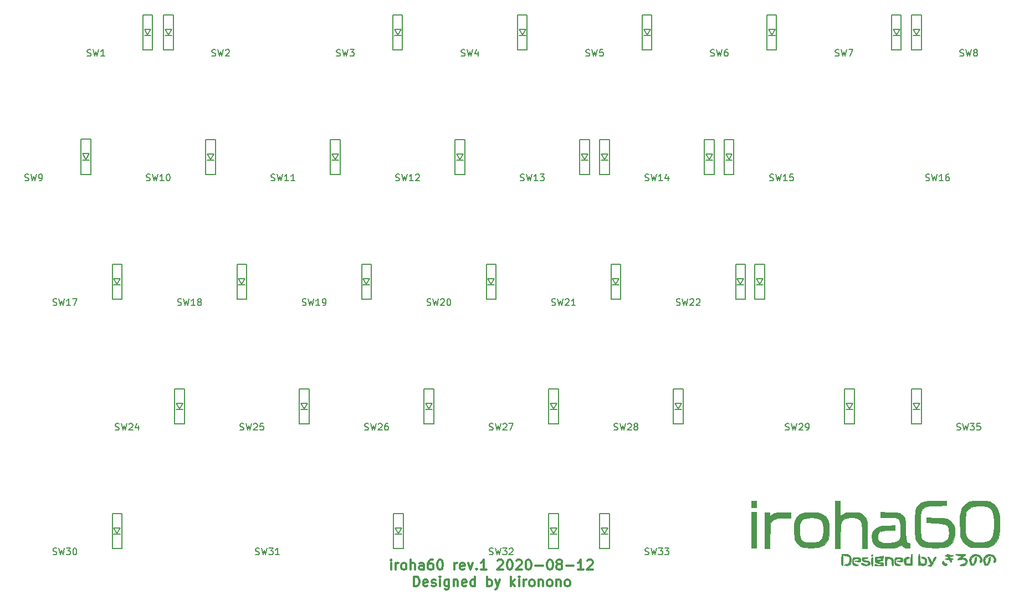
<source format=gto>
G04 #@! TF.GenerationSoftware,KiCad,Pcbnew,(5.1.5-0-10_14)*
G04 #@! TF.CreationDate,2020-08-12T23:14:55+09:00*
G04 #@! TF.ProjectId,iroha60-right,69726f68-6136-4302-9d72-696768742e6b,rev?*
G04 #@! TF.SameCoordinates,Original*
G04 #@! TF.FileFunction,Legend,Top*
G04 #@! TF.FilePolarity,Positive*
%FSLAX46Y46*%
G04 Gerber Fmt 4.6, Leading zero omitted, Abs format (unit mm)*
G04 Created by KiCad (PCBNEW (5.1.5-0-10_14)) date 2020-08-12 23:14:55*
%MOMM*%
%LPD*%
G04 APERTURE LIST*
%ADD10C,0.300000*%
%ADD11C,0.010000*%
%ADD12C,0.150000*%
G04 APERTURE END LIST*
D10*
X83182142Y-115441071D02*
X83182142Y-114441071D01*
X83182142Y-113941071D02*
X83110714Y-114012500D01*
X83182142Y-114083928D01*
X83253571Y-114012500D01*
X83182142Y-113941071D01*
X83182142Y-114083928D01*
X83896428Y-115441071D02*
X83896428Y-114441071D01*
X83896428Y-114726785D02*
X83967857Y-114583928D01*
X84039285Y-114512500D01*
X84182142Y-114441071D01*
X84325000Y-114441071D01*
X85039285Y-115441071D02*
X84896428Y-115369642D01*
X84825000Y-115298214D01*
X84753571Y-115155357D01*
X84753571Y-114726785D01*
X84825000Y-114583928D01*
X84896428Y-114512500D01*
X85039285Y-114441071D01*
X85253571Y-114441071D01*
X85396428Y-114512500D01*
X85467857Y-114583928D01*
X85539285Y-114726785D01*
X85539285Y-115155357D01*
X85467857Y-115298214D01*
X85396428Y-115369642D01*
X85253571Y-115441071D01*
X85039285Y-115441071D01*
X86182142Y-115441071D02*
X86182142Y-113941071D01*
X86825000Y-115441071D02*
X86825000Y-114655357D01*
X86753571Y-114512500D01*
X86610714Y-114441071D01*
X86396428Y-114441071D01*
X86253571Y-114512500D01*
X86182142Y-114583928D01*
X88182142Y-115441071D02*
X88182142Y-114655357D01*
X88110714Y-114512500D01*
X87967857Y-114441071D01*
X87682142Y-114441071D01*
X87539285Y-114512500D01*
X88182142Y-115369642D02*
X88039285Y-115441071D01*
X87682142Y-115441071D01*
X87539285Y-115369642D01*
X87467857Y-115226785D01*
X87467857Y-115083928D01*
X87539285Y-114941071D01*
X87682142Y-114869642D01*
X88039285Y-114869642D01*
X88182142Y-114798214D01*
X89539285Y-113941071D02*
X89253571Y-113941071D01*
X89110714Y-114012500D01*
X89039285Y-114083928D01*
X88896428Y-114298214D01*
X88825000Y-114583928D01*
X88825000Y-115155357D01*
X88896428Y-115298214D01*
X88967857Y-115369642D01*
X89110714Y-115441071D01*
X89396428Y-115441071D01*
X89539285Y-115369642D01*
X89610714Y-115298214D01*
X89682142Y-115155357D01*
X89682142Y-114798214D01*
X89610714Y-114655357D01*
X89539285Y-114583928D01*
X89396428Y-114512500D01*
X89110714Y-114512500D01*
X88967857Y-114583928D01*
X88896428Y-114655357D01*
X88825000Y-114798214D01*
X90610714Y-113941071D02*
X90753571Y-113941071D01*
X90896428Y-114012500D01*
X90967857Y-114083928D01*
X91039285Y-114226785D01*
X91110714Y-114512500D01*
X91110714Y-114869642D01*
X91039285Y-115155357D01*
X90967857Y-115298214D01*
X90896428Y-115369642D01*
X90753571Y-115441071D01*
X90610714Y-115441071D01*
X90467857Y-115369642D01*
X90396428Y-115298214D01*
X90325000Y-115155357D01*
X90253571Y-114869642D01*
X90253571Y-114512500D01*
X90325000Y-114226785D01*
X90396428Y-114083928D01*
X90467857Y-114012500D01*
X90610714Y-113941071D01*
X92896428Y-115441071D02*
X92896428Y-114441071D01*
X92896428Y-114726785D02*
X92967857Y-114583928D01*
X93039285Y-114512500D01*
X93182142Y-114441071D01*
X93325000Y-114441071D01*
X94396428Y-115369642D02*
X94253571Y-115441071D01*
X93967857Y-115441071D01*
X93825000Y-115369642D01*
X93753571Y-115226785D01*
X93753571Y-114655357D01*
X93825000Y-114512500D01*
X93967857Y-114441071D01*
X94253571Y-114441071D01*
X94396428Y-114512500D01*
X94467857Y-114655357D01*
X94467857Y-114798214D01*
X93753571Y-114941071D01*
X94967857Y-114441071D02*
X95325000Y-115441071D01*
X95682142Y-114441071D01*
X96253571Y-115298214D02*
X96325000Y-115369642D01*
X96253571Y-115441071D01*
X96182142Y-115369642D01*
X96253571Y-115298214D01*
X96253571Y-115441071D01*
X97753571Y-115441071D02*
X96896428Y-115441071D01*
X97325000Y-115441071D02*
X97325000Y-113941071D01*
X97182142Y-114155357D01*
X97039285Y-114298214D01*
X96896428Y-114369642D01*
X99467857Y-114083928D02*
X99539285Y-114012500D01*
X99682142Y-113941071D01*
X100039285Y-113941071D01*
X100182142Y-114012500D01*
X100253571Y-114083928D01*
X100325000Y-114226785D01*
X100325000Y-114369642D01*
X100253571Y-114583928D01*
X99396428Y-115441071D01*
X100325000Y-115441071D01*
X101253571Y-113941071D02*
X101396428Y-113941071D01*
X101539285Y-114012500D01*
X101610714Y-114083928D01*
X101682142Y-114226785D01*
X101753571Y-114512500D01*
X101753571Y-114869642D01*
X101682142Y-115155357D01*
X101610714Y-115298214D01*
X101539285Y-115369642D01*
X101396428Y-115441071D01*
X101253571Y-115441071D01*
X101110714Y-115369642D01*
X101039285Y-115298214D01*
X100967857Y-115155357D01*
X100896428Y-114869642D01*
X100896428Y-114512500D01*
X100967857Y-114226785D01*
X101039285Y-114083928D01*
X101110714Y-114012500D01*
X101253571Y-113941071D01*
X102325000Y-114083928D02*
X102396428Y-114012500D01*
X102539285Y-113941071D01*
X102896428Y-113941071D01*
X103039285Y-114012500D01*
X103110714Y-114083928D01*
X103182142Y-114226785D01*
X103182142Y-114369642D01*
X103110714Y-114583928D01*
X102253571Y-115441071D01*
X103182142Y-115441071D01*
X104110714Y-113941071D02*
X104253571Y-113941071D01*
X104396428Y-114012500D01*
X104467857Y-114083928D01*
X104539285Y-114226785D01*
X104610714Y-114512500D01*
X104610714Y-114869642D01*
X104539285Y-115155357D01*
X104467857Y-115298214D01*
X104396428Y-115369642D01*
X104253571Y-115441071D01*
X104110714Y-115441071D01*
X103967857Y-115369642D01*
X103896428Y-115298214D01*
X103825000Y-115155357D01*
X103753571Y-114869642D01*
X103753571Y-114512500D01*
X103825000Y-114226785D01*
X103896428Y-114083928D01*
X103967857Y-114012500D01*
X104110714Y-113941071D01*
X105253571Y-114869642D02*
X106396428Y-114869642D01*
X107396428Y-113941071D02*
X107539285Y-113941071D01*
X107682142Y-114012500D01*
X107753571Y-114083928D01*
X107825000Y-114226785D01*
X107896428Y-114512500D01*
X107896428Y-114869642D01*
X107825000Y-115155357D01*
X107753571Y-115298214D01*
X107682142Y-115369642D01*
X107539285Y-115441071D01*
X107396428Y-115441071D01*
X107253571Y-115369642D01*
X107182142Y-115298214D01*
X107110714Y-115155357D01*
X107039285Y-114869642D01*
X107039285Y-114512500D01*
X107110714Y-114226785D01*
X107182142Y-114083928D01*
X107253571Y-114012500D01*
X107396428Y-113941071D01*
X108753571Y-114583928D02*
X108610714Y-114512500D01*
X108539285Y-114441071D01*
X108467857Y-114298214D01*
X108467857Y-114226785D01*
X108539285Y-114083928D01*
X108610714Y-114012500D01*
X108753571Y-113941071D01*
X109039285Y-113941071D01*
X109182142Y-114012500D01*
X109253571Y-114083928D01*
X109325000Y-114226785D01*
X109325000Y-114298214D01*
X109253571Y-114441071D01*
X109182142Y-114512500D01*
X109039285Y-114583928D01*
X108753571Y-114583928D01*
X108610714Y-114655357D01*
X108539285Y-114726785D01*
X108467857Y-114869642D01*
X108467857Y-115155357D01*
X108539285Y-115298214D01*
X108610714Y-115369642D01*
X108753571Y-115441071D01*
X109039285Y-115441071D01*
X109182142Y-115369642D01*
X109253571Y-115298214D01*
X109325000Y-115155357D01*
X109325000Y-114869642D01*
X109253571Y-114726785D01*
X109182142Y-114655357D01*
X109039285Y-114583928D01*
X109967857Y-114869642D02*
X111110714Y-114869642D01*
X112610714Y-115441071D02*
X111753571Y-115441071D01*
X112182142Y-115441071D02*
X112182142Y-113941071D01*
X112039285Y-114155357D01*
X111896428Y-114298214D01*
X111753571Y-114369642D01*
X113182142Y-114083928D02*
X113253571Y-114012500D01*
X113396428Y-113941071D01*
X113753571Y-113941071D01*
X113896428Y-114012500D01*
X113967857Y-114083928D01*
X114039285Y-114226785D01*
X114039285Y-114369642D01*
X113967857Y-114583928D01*
X113110714Y-115441071D01*
X114039285Y-115441071D01*
X86682142Y-117991071D02*
X86682142Y-116491071D01*
X87039285Y-116491071D01*
X87253571Y-116562500D01*
X87396428Y-116705357D01*
X87467857Y-116848214D01*
X87539285Y-117133928D01*
X87539285Y-117348214D01*
X87467857Y-117633928D01*
X87396428Y-117776785D01*
X87253571Y-117919642D01*
X87039285Y-117991071D01*
X86682142Y-117991071D01*
X88753571Y-117919642D02*
X88610714Y-117991071D01*
X88325000Y-117991071D01*
X88182142Y-117919642D01*
X88110714Y-117776785D01*
X88110714Y-117205357D01*
X88182142Y-117062500D01*
X88325000Y-116991071D01*
X88610714Y-116991071D01*
X88753571Y-117062500D01*
X88825000Y-117205357D01*
X88825000Y-117348214D01*
X88110714Y-117491071D01*
X89396428Y-117919642D02*
X89539285Y-117991071D01*
X89825000Y-117991071D01*
X89967857Y-117919642D01*
X90039285Y-117776785D01*
X90039285Y-117705357D01*
X89967857Y-117562500D01*
X89825000Y-117491071D01*
X89610714Y-117491071D01*
X89467857Y-117419642D01*
X89396428Y-117276785D01*
X89396428Y-117205357D01*
X89467857Y-117062500D01*
X89610714Y-116991071D01*
X89825000Y-116991071D01*
X89967857Y-117062500D01*
X90682142Y-117991071D02*
X90682142Y-116991071D01*
X90682142Y-116491071D02*
X90610714Y-116562500D01*
X90682142Y-116633928D01*
X90753571Y-116562500D01*
X90682142Y-116491071D01*
X90682142Y-116633928D01*
X92039285Y-116991071D02*
X92039285Y-118205357D01*
X91967857Y-118348214D01*
X91896428Y-118419642D01*
X91753571Y-118491071D01*
X91539285Y-118491071D01*
X91396428Y-118419642D01*
X92039285Y-117919642D02*
X91896428Y-117991071D01*
X91610714Y-117991071D01*
X91467857Y-117919642D01*
X91396428Y-117848214D01*
X91325000Y-117705357D01*
X91325000Y-117276785D01*
X91396428Y-117133928D01*
X91467857Y-117062500D01*
X91610714Y-116991071D01*
X91896428Y-116991071D01*
X92039285Y-117062500D01*
X92753571Y-116991071D02*
X92753571Y-117991071D01*
X92753571Y-117133928D02*
X92825000Y-117062500D01*
X92967857Y-116991071D01*
X93182142Y-116991071D01*
X93325000Y-117062500D01*
X93396428Y-117205357D01*
X93396428Y-117991071D01*
X94682142Y-117919642D02*
X94539285Y-117991071D01*
X94253571Y-117991071D01*
X94110714Y-117919642D01*
X94039285Y-117776785D01*
X94039285Y-117205357D01*
X94110714Y-117062500D01*
X94253571Y-116991071D01*
X94539285Y-116991071D01*
X94682142Y-117062500D01*
X94753571Y-117205357D01*
X94753571Y-117348214D01*
X94039285Y-117491071D01*
X96039285Y-117991071D02*
X96039285Y-116491071D01*
X96039285Y-117919642D02*
X95896428Y-117991071D01*
X95610714Y-117991071D01*
X95467857Y-117919642D01*
X95396428Y-117848214D01*
X95325000Y-117705357D01*
X95325000Y-117276785D01*
X95396428Y-117133928D01*
X95467857Y-117062500D01*
X95610714Y-116991071D01*
X95896428Y-116991071D01*
X96039285Y-117062500D01*
X97896428Y-117991071D02*
X97896428Y-116491071D01*
X97896428Y-117062500D02*
X98039285Y-116991071D01*
X98325000Y-116991071D01*
X98467857Y-117062500D01*
X98539285Y-117133928D01*
X98610714Y-117276785D01*
X98610714Y-117705357D01*
X98539285Y-117848214D01*
X98467857Y-117919642D01*
X98325000Y-117991071D01*
X98039285Y-117991071D01*
X97896428Y-117919642D01*
X99110714Y-116991071D02*
X99467857Y-117991071D01*
X99825000Y-116991071D02*
X99467857Y-117991071D01*
X99325000Y-118348214D01*
X99253571Y-118419642D01*
X99110714Y-118491071D01*
X101539285Y-117991071D02*
X101539285Y-116491071D01*
X101682142Y-117419642D02*
X102110714Y-117991071D01*
X102110714Y-116991071D02*
X101539285Y-117562500D01*
X102753571Y-117991071D02*
X102753571Y-116991071D01*
X102753571Y-116491071D02*
X102682142Y-116562500D01*
X102753571Y-116633928D01*
X102825000Y-116562500D01*
X102753571Y-116491071D01*
X102753571Y-116633928D01*
X103467857Y-117991071D02*
X103467857Y-116991071D01*
X103467857Y-117276785D02*
X103539285Y-117133928D01*
X103610714Y-117062500D01*
X103753571Y-116991071D01*
X103896428Y-116991071D01*
X104610714Y-117991071D02*
X104467857Y-117919642D01*
X104396428Y-117848214D01*
X104325000Y-117705357D01*
X104325000Y-117276785D01*
X104396428Y-117133928D01*
X104467857Y-117062500D01*
X104610714Y-116991071D01*
X104825000Y-116991071D01*
X104967857Y-117062500D01*
X105039285Y-117133928D01*
X105110714Y-117276785D01*
X105110714Y-117705357D01*
X105039285Y-117848214D01*
X104967857Y-117919642D01*
X104825000Y-117991071D01*
X104610714Y-117991071D01*
X105753571Y-116991071D02*
X105753571Y-117991071D01*
X105753571Y-117133928D02*
X105825000Y-117062500D01*
X105967857Y-116991071D01*
X106182142Y-116991071D01*
X106325000Y-117062500D01*
X106396428Y-117205357D01*
X106396428Y-117991071D01*
X107325000Y-117991071D02*
X107182142Y-117919642D01*
X107110714Y-117848214D01*
X107039285Y-117705357D01*
X107039285Y-117276785D01*
X107110714Y-117133928D01*
X107182142Y-117062500D01*
X107325000Y-116991071D01*
X107539285Y-116991071D01*
X107682142Y-117062500D01*
X107753571Y-117133928D01*
X107825000Y-117276785D01*
X107825000Y-117705357D01*
X107753571Y-117848214D01*
X107682142Y-117919642D01*
X107539285Y-117991071D01*
X107325000Y-117991071D01*
X108467857Y-116991071D02*
X108467857Y-117991071D01*
X108467857Y-117133928D02*
X108539285Y-117062500D01*
X108682142Y-116991071D01*
X108896428Y-116991071D01*
X109039285Y-117062500D01*
X109110714Y-117205357D01*
X109110714Y-117991071D01*
X110039285Y-117991071D02*
X109896428Y-117919642D01*
X109825000Y-117848214D01*
X109753571Y-117705357D01*
X109753571Y-117276785D01*
X109825000Y-117133928D01*
X109896428Y-117062500D01*
X110039285Y-116991071D01*
X110253571Y-116991071D01*
X110396428Y-117062500D01*
X110467857Y-117133928D01*
X110539285Y-117276785D01*
X110539285Y-117705357D01*
X110467857Y-117848214D01*
X110396428Y-117919642D01*
X110253571Y-117991071D01*
X110039285Y-117991071D01*
D11*
G36*
X139031334Y-105909834D02*
G01*
X138269334Y-105909834D01*
X138269334Y-104893834D01*
X139031334Y-104893834D01*
X139031334Y-105909834D01*
G37*
X139031334Y-105909834D02*
X138269334Y-105909834D01*
X138269334Y-104893834D01*
X139031334Y-104893834D01*
X139031334Y-105909834D01*
G36*
X173621342Y-104937444D02*
G01*
X173996319Y-104944024D01*
X174267228Y-104960023D01*
X174466701Y-104989563D01*
X174627369Y-105036763D01*
X174781861Y-105105741D01*
X174887667Y-105160619D01*
X175293982Y-105422453D01*
X175614761Y-105741730D01*
X175857464Y-106137387D01*
X176029548Y-106628357D01*
X176138474Y-107233576D01*
X176191698Y-107971979D01*
X176200000Y-108492167D01*
X176176801Y-109321301D01*
X176102270Y-110005677D01*
X175969007Y-110564073D01*
X175769610Y-111015266D01*
X175496679Y-111378034D01*
X175142813Y-111671154D01*
X174887667Y-111821879D01*
X174708874Y-111910055D01*
X174540391Y-111972090D01*
X174346530Y-112013211D01*
X174091605Y-112038644D01*
X173739930Y-112053615D01*
X173255818Y-112063349D01*
X173236667Y-112063650D01*
X172774557Y-112065083D01*
X172352464Y-112055816D01*
X172009338Y-112037455D01*
X171784129Y-112011605D01*
X171743546Y-112002081D01*
X171228124Y-111762196D01*
X170776470Y-111391215D01*
X170432469Y-110926204D01*
X170402238Y-110869245D01*
X170314945Y-110694503D01*
X170249776Y-110541660D01*
X170203018Y-110382173D01*
X170170959Y-110187502D01*
X170149886Y-109929105D01*
X170136088Y-109578438D01*
X170125852Y-109106962D01*
X170118825Y-108690226D01*
X170115966Y-108356225D01*
X170905613Y-108356225D01*
X170908534Y-108864274D01*
X170923962Y-109343285D01*
X170951896Y-109753676D01*
X170992335Y-110055867D01*
X171018987Y-110159043D01*
X171259638Y-110625615D01*
X171610022Y-110966606D01*
X172077902Y-111188418D01*
X172347667Y-111254654D01*
X172723017Y-111293727D01*
X173167548Y-111293301D01*
X173625545Y-111258182D01*
X174041289Y-111193175D01*
X174359066Y-111103088D01*
X174419108Y-111075975D01*
X174706065Y-110903211D01*
X174926434Y-110698886D01*
X175088254Y-110439710D01*
X175199565Y-110102395D01*
X175268406Y-109663650D01*
X175302815Y-109100186D01*
X175311000Y-108492167D01*
X175300408Y-107805357D01*
X175263019Y-107263034D01*
X175190418Y-106841353D01*
X175074186Y-106516469D01*
X174905906Y-106264536D01*
X174677161Y-106061708D01*
X174392830Y-105891038D01*
X174205664Y-105806615D01*
X174004908Y-105752297D01*
X173747340Y-105721908D01*
X173389736Y-105709268D01*
X173109667Y-105707634D01*
X172671436Y-105712600D01*
X172359132Y-105731614D01*
X172129534Y-105770856D01*
X171939417Y-105836502D01*
X171826503Y-105891038D01*
X171414793Y-106181373D01*
X171128884Y-106569542D01*
X171018987Y-106825290D01*
X170971884Y-107053672D01*
X170937288Y-107411343D01*
X170915197Y-107858721D01*
X170905613Y-108356225D01*
X170115966Y-108356225D01*
X170112760Y-107981862D01*
X170123293Y-107416071D01*
X170154725Y-106966540D01*
X170211360Y-106606957D01*
X170297500Y-106311009D01*
X170417450Y-106052382D01*
X170575510Y-105804763D01*
X170595144Y-105777432D01*
X170809374Y-105547251D01*
X171100152Y-105313942D01*
X171295862Y-105190167D01*
X171472099Y-105095210D01*
X171624659Y-105027470D01*
X171786364Y-104982352D01*
X171990037Y-104955259D01*
X172268499Y-104941595D01*
X172654574Y-104936763D01*
X173109667Y-104936167D01*
X173621342Y-104937444D01*
G37*
X173621342Y-104937444D02*
X173996319Y-104944024D01*
X174267228Y-104960023D01*
X174466701Y-104989563D01*
X174627369Y-105036763D01*
X174781861Y-105105741D01*
X174887667Y-105160619D01*
X175293982Y-105422453D01*
X175614761Y-105741730D01*
X175857464Y-106137387D01*
X176029548Y-106628357D01*
X176138474Y-107233576D01*
X176191698Y-107971979D01*
X176200000Y-108492167D01*
X176176801Y-109321301D01*
X176102270Y-110005677D01*
X175969007Y-110564073D01*
X175769610Y-111015266D01*
X175496679Y-111378034D01*
X175142813Y-111671154D01*
X174887667Y-111821879D01*
X174708874Y-111910055D01*
X174540391Y-111972090D01*
X174346530Y-112013211D01*
X174091605Y-112038644D01*
X173739930Y-112053615D01*
X173255818Y-112063349D01*
X173236667Y-112063650D01*
X172774557Y-112065083D01*
X172352464Y-112055816D01*
X172009338Y-112037455D01*
X171784129Y-112011605D01*
X171743546Y-112002081D01*
X171228124Y-111762196D01*
X170776470Y-111391215D01*
X170432469Y-110926204D01*
X170402238Y-110869245D01*
X170314945Y-110694503D01*
X170249776Y-110541660D01*
X170203018Y-110382173D01*
X170170959Y-110187502D01*
X170149886Y-109929105D01*
X170136088Y-109578438D01*
X170125852Y-109106962D01*
X170118825Y-108690226D01*
X170115966Y-108356225D01*
X170905613Y-108356225D01*
X170908534Y-108864274D01*
X170923962Y-109343285D01*
X170951896Y-109753676D01*
X170992335Y-110055867D01*
X171018987Y-110159043D01*
X171259638Y-110625615D01*
X171610022Y-110966606D01*
X172077902Y-111188418D01*
X172347667Y-111254654D01*
X172723017Y-111293727D01*
X173167548Y-111293301D01*
X173625545Y-111258182D01*
X174041289Y-111193175D01*
X174359066Y-111103088D01*
X174419108Y-111075975D01*
X174706065Y-110903211D01*
X174926434Y-110698886D01*
X175088254Y-110439710D01*
X175199565Y-110102395D01*
X175268406Y-109663650D01*
X175302815Y-109100186D01*
X175311000Y-108492167D01*
X175300408Y-107805357D01*
X175263019Y-107263034D01*
X175190418Y-106841353D01*
X175074186Y-106516469D01*
X174905906Y-106264536D01*
X174677161Y-106061708D01*
X174392830Y-105891038D01*
X174205664Y-105806615D01*
X174004908Y-105752297D01*
X173747340Y-105721908D01*
X173389736Y-105709268D01*
X173109667Y-105707634D01*
X172671436Y-105712600D01*
X172359132Y-105731614D01*
X172129534Y-105770856D01*
X171939417Y-105836502D01*
X171826503Y-105891038D01*
X171414793Y-106181373D01*
X171128884Y-106569542D01*
X171018987Y-106825290D01*
X170971884Y-107053672D01*
X170937288Y-107411343D01*
X170915197Y-107858721D01*
X170905613Y-108356225D01*
X170115966Y-108356225D01*
X170112760Y-107981862D01*
X170123293Y-107416071D01*
X170154725Y-106966540D01*
X170211360Y-106606957D01*
X170297500Y-106311009D01*
X170417450Y-106052382D01*
X170575510Y-105804763D01*
X170595144Y-105777432D01*
X170809374Y-105547251D01*
X171100152Y-105313942D01*
X171295862Y-105190167D01*
X171472099Y-105095210D01*
X171624659Y-105027470D01*
X171786364Y-104982352D01*
X171990037Y-104955259D01*
X172268499Y-104941595D01*
X172654574Y-104936763D01*
X173109667Y-104936167D01*
X173621342Y-104937444D01*
G36*
X168072000Y-105634504D02*
G01*
X166610929Y-105670690D01*
X165967718Y-105693126D01*
X165468673Y-105729283D01*
X165088758Y-105786195D01*
X164802938Y-105870898D01*
X164586176Y-105990427D01*
X164413437Y-106151818D01*
X164284284Y-106324521D01*
X164222220Y-106424420D01*
X164175233Y-106528966D01*
X164141229Y-106662071D01*
X164118115Y-106847652D01*
X164103796Y-107109621D01*
X164096179Y-107471893D01*
X164093168Y-107958382D01*
X164092667Y-108512791D01*
X164094534Y-109190488D01*
X164103949Y-109720752D01*
X164126634Y-110125475D01*
X164168309Y-110426545D01*
X164234695Y-110645855D01*
X164331513Y-110805295D01*
X164464484Y-110926755D01*
X164639330Y-111032126D01*
X164768151Y-111097439D01*
X164944014Y-111175401D01*
X165123326Y-111228463D01*
X165343239Y-111261158D01*
X165640902Y-111278018D01*
X166053465Y-111283575D01*
X166294000Y-111283579D01*
X166782499Y-111278843D01*
X167137224Y-111264441D01*
X167393642Y-111236305D01*
X167587221Y-111190367D01*
X167753428Y-111122559D01*
X167770203Y-111114271D01*
X168088383Y-110918420D01*
X168293617Y-110686806D01*
X168406240Y-110380613D01*
X168446585Y-109961025D01*
X168447715Y-109820950D01*
X168427245Y-109381429D01*
X168358278Y-109037861D01*
X168222552Y-108777733D01*
X168001805Y-108588532D01*
X167677776Y-108457744D01*
X167232203Y-108372855D01*
X166646824Y-108321352D01*
X166230500Y-108301635D01*
X165024000Y-108255629D01*
X165024000Y-107501426D01*
X166442167Y-107531130D01*
X166966615Y-107543245D01*
X167354673Y-107557536D01*
X167639260Y-107578853D01*
X167853299Y-107612044D01*
X168029710Y-107661959D01*
X168201414Y-107733446D01*
X168368334Y-107814834D01*
X168748078Y-108055540D01*
X169017891Y-108357137D01*
X169194696Y-108749370D01*
X169295415Y-109261981D01*
X169316250Y-109480962D01*
X169314482Y-110203758D01*
X169191700Y-110809977D01*
X168948416Y-111298660D01*
X168585145Y-111668844D01*
X168102401Y-111919570D01*
X167993133Y-111954832D01*
X167645075Y-112024364D01*
X167180906Y-112070722D01*
X166644670Y-112094224D01*
X166080412Y-112095189D01*
X165532175Y-112073933D01*
X165044003Y-112030775D01*
X164659939Y-111966032D01*
X164532599Y-111929867D01*
X164014243Y-111671600D01*
X163619052Y-111298659D01*
X163406517Y-110947500D01*
X163356198Y-110822364D01*
X163317747Y-110676553D01*
X163289581Y-110486558D01*
X163270122Y-110228870D01*
X163257789Y-109879982D01*
X163251003Y-109416384D01*
X163248184Y-108814569D01*
X163247860Y-108586656D01*
X163249602Y-107859847D01*
X163258991Y-107279796D01*
X163280040Y-106823965D01*
X163316760Y-106469819D01*
X163373164Y-106194820D01*
X163453266Y-105976431D01*
X163561078Y-105792117D01*
X163700613Y-105619339D01*
X163794017Y-105519314D01*
X164008774Y-105320025D01*
X164238028Y-105166919D01*
X164507112Y-105054275D01*
X164841355Y-104976371D01*
X165266090Y-104927486D01*
X165806647Y-104901899D01*
X166488358Y-104893888D01*
X166563367Y-104893834D01*
X168072000Y-104893834D01*
X168072000Y-105634504D01*
G37*
X168072000Y-105634504D02*
X166610929Y-105670690D01*
X165967718Y-105693126D01*
X165468673Y-105729283D01*
X165088758Y-105786195D01*
X164802938Y-105870898D01*
X164586176Y-105990427D01*
X164413437Y-106151818D01*
X164284284Y-106324521D01*
X164222220Y-106424420D01*
X164175233Y-106528966D01*
X164141229Y-106662071D01*
X164118115Y-106847652D01*
X164103796Y-107109621D01*
X164096179Y-107471893D01*
X164093168Y-107958382D01*
X164092667Y-108512791D01*
X164094534Y-109190488D01*
X164103949Y-109720752D01*
X164126634Y-110125475D01*
X164168309Y-110426545D01*
X164234695Y-110645855D01*
X164331513Y-110805295D01*
X164464484Y-110926755D01*
X164639330Y-111032126D01*
X164768151Y-111097439D01*
X164944014Y-111175401D01*
X165123326Y-111228463D01*
X165343239Y-111261158D01*
X165640902Y-111278018D01*
X166053465Y-111283575D01*
X166294000Y-111283579D01*
X166782499Y-111278843D01*
X167137224Y-111264441D01*
X167393642Y-111236305D01*
X167587221Y-111190367D01*
X167753428Y-111122559D01*
X167770203Y-111114271D01*
X168088383Y-110918420D01*
X168293617Y-110686806D01*
X168406240Y-110380613D01*
X168446585Y-109961025D01*
X168447715Y-109820950D01*
X168427245Y-109381429D01*
X168358278Y-109037861D01*
X168222552Y-108777733D01*
X168001805Y-108588532D01*
X167677776Y-108457744D01*
X167232203Y-108372855D01*
X166646824Y-108321352D01*
X166230500Y-108301635D01*
X165024000Y-108255629D01*
X165024000Y-107501426D01*
X166442167Y-107531130D01*
X166966615Y-107543245D01*
X167354673Y-107557536D01*
X167639260Y-107578853D01*
X167853299Y-107612044D01*
X168029710Y-107661959D01*
X168201414Y-107733446D01*
X168368334Y-107814834D01*
X168748078Y-108055540D01*
X169017891Y-108357137D01*
X169194696Y-108749370D01*
X169295415Y-109261981D01*
X169316250Y-109480962D01*
X169314482Y-110203758D01*
X169191700Y-110809977D01*
X168948416Y-111298660D01*
X168585145Y-111668844D01*
X168102401Y-111919570D01*
X167993133Y-111954832D01*
X167645075Y-112024364D01*
X167180906Y-112070722D01*
X166644670Y-112094224D01*
X166080412Y-112095189D01*
X165532175Y-112073933D01*
X165044003Y-112030775D01*
X164659939Y-111966032D01*
X164532599Y-111929867D01*
X164014243Y-111671600D01*
X163619052Y-111298659D01*
X163406517Y-110947500D01*
X163356198Y-110822364D01*
X163317747Y-110676553D01*
X163289581Y-110486558D01*
X163270122Y-110228870D01*
X163257789Y-109879982D01*
X163251003Y-109416384D01*
X163248184Y-108814569D01*
X163247860Y-108586656D01*
X163249602Y-107859847D01*
X163258991Y-107279796D01*
X163280040Y-106823965D01*
X163316760Y-106469819D01*
X163373164Y-106194820D01*
X163453266Y-105976431D01*
X163561078Y-105792117D01*
X163700613Y-105619339D01*
X163794017Y-105519314D01*
X164008774Y-105320025D01*
X164238028Y-105166919D01*
X164507112Y-105054275D01*
X164841355Y-104976371D01*
X165266090Y-104927486D01*
X165806647Y-104901899D01*
X166488358Y-104893888D01*
X166563367Y-104893834D01*
X168072000Y-104893834D01*
X168072000Y-105634504D01*
G36*
X147901485Y-106673834D02*
G01*
X148215833Y-106684882D01*
X148447040Y-106712552D01*
X148638199Y-106764416D01*
X148832405Y-106848046D01*
X149026762Y-106947000D01*
X149344578Y-107131008D01*
X149562810Y-107316296D01*
X149741901Y-107559505D01*
X149817326Y-107687834D01*
X149919884Y-107874466D01*
X149991571Y-108033738D01*
X150037914Y-108201235D01*
X150064441Y-108412545D01*
X150076678Y-108703254D01*
X150080154Y-109108950D01*
X150080334Y-109381167D01*
X150078062Y-109873845D01*
X150068362Y-110232666D01*
X150046909Y-110493076D01*
X150009377Y-110690522D01*
X149951441Y-110860452D01*
X149881166Y-111013302D01*
X149579291Y-111456892D01*
X149161176Y-111786060D01*
X148772708Y-111961839D01*
X148475803Y-112027774D01*
X148060607Y-112069578D01*
X147576394Y-112087528D01*
X147072439Y-112081899D01*
X146598014Y-112052968D01*
X146202395Y-112001010D01*
X145984584Y-111946233D01*
X145614248Y-111752615D01*
X145272467Y-111464097D01*
X145007219Y-111128390D01*
X144879303Y-110847164D01*
X144846148Y-110643332D01*
X144818455Y-110312387D01*
X144798738Y-109896527D01*
X144789512Y-109437947D01*
X144789308Y-109381167D01*
X145593482Y-109381167D01*
X145613961Y-109974484D01*
X145683026Y-110425715D01*
X145813112Y-110758207D01*
X146016657Y-110995303D01*
X146306097Y-111160349D01*
X146589954Y-111251647D01*
X146843068Y-111287551D01*
X147191712Y-111300155D01*
X147584075Y-111291916D01*
X147968345Y-111265293D01*
X148292712Y-111222743D01*
X148505365Y-111166724D01*
X148519166Y-111160129D01*
X148841225Y-110933109D01*
X149068551Y-110624117D01*
X149207488Y-110214848D01*
X149264378Y-109686996D01*
X149248029Y-109056515D01*
X149178418Y-108513319D01*
X149043348Y-108104138D01*
X148824020Y-107812872D01*
X148501633Y-107623422D01*
X148057388Y-107519690D01*
X147472485Y-107485575D01*
X147413334Y-107485370D01*
X146845272Y-107511896D01*
X146412561Y-107598268D01*
X146088664Y-107754679D01*
X145847042Y-107991320D01*
X145762334Y-108119425D01*
X145686180Y-108274529D01*
X145636419Y-108455702D01*
X145607887Y-108701542D01*
X145595417Y-109050646D01*
X145593482Y-109381167D01*
X144789308Y-109381167D01*
X144789139Y-109334291D01*
X144791084Y-108852862D01*
X144800609Y-108503924D01*
X144822577Y-108250659D01*
X144861855Y-108056246D01*
X144923306Y-107883865D01*
X145003268Y-107713767D01*
X145232636Y-107345585D01*
X145520381Y-107067918D01*
X145888740Y-106871338D01*
X146359946Y-106746418D01*
X146956236Y-106683732D01*
X147460904Y-106671834D01*
X147901485Y-106673834D01*
G37*
X147901485Y-106673834D02*
X148215833Y-106684882D01*
X148447040Y-106712552D01*
X148638199Y-106764416D01*
X148832405Y-106848046D01*
X149026762Y-106947000D01*
X149344578Y-107131008D01*
X149562810Y-107316296D01*
X149741901Y-107559505D01*
X149817326Y-107687834D01*
X149919884Y-107874466D01*
X149991571Y-108033738D01*
X150037914Y-108201235D01*
X150064441Y-108412545D01*
X150076678Y-108703254D01*
X150080154Y-109108950D01*
X150080334Y-109381167D01*
X150078062Y-109873845D01*
X150068362Y-110232666D01*
X150046909Y-110493076D01*
X150009377Y-110690522D01*
X149951441Y-110860452D01*
X149881166Y-111013302D01*
X149579291Y-111456892D01*
X149161176Y-111786060D01*
X148772708Y-111961839D01*
X148475803Y-112027774D01*
X148060607Y-112069578D01*
X147576394Y-112087528D01*
X147072439Y-112081899D01*
X146598014Y-112052968D01*
X146202395Y-112001010D01*
X145984584Y-111946233D01*
X145614248Y-111752615D01*
X145272467Y-111464097D01*
X145007219Y-111128390D01*
X144879303Y-110847164D01*
X144846148Y-110643332D01*
X144818455Y-110312387D01*
X144798738Y-109896527D01*
X144789512Y-109437947D01*
X144789308Y-109381167D01*
X145593482Y-109381167D01*
X145613961Y-109974484D01*
X145683026Y-110425715D01*
X145813112Y-110758207D01*
X146016657Y-110995303D01*
X146306097Y-111160349D01*
X146589954Y-111251647D01*
X146843068Y-111287551D01*
X147191712Y-111300155D01*
X147584075Y-111291916D01*
X147968345Y-111265293D01*
X148292712Y-111222743D01*
X148505365Y-111166724D01*
X148519166Y-111160129D01*
X148841225Y-110933109D01*
X149068551Y-110624117D01*
X149207488Y-110214848D01*
X149264378Y-109686996D01*
X149248029Y-109056515D01*
X149178418Y-108513319D01*
X149043348Y-108104138D01*
X148824020Y-107812872D01*
X148501633Y-107623422D01*
X148057388Y-107519690D01*
X147472485Y-107485575D01*
X147413334Y-107485370D01*
X146845272Y-107511896D01*
X146412561Y-107598268D01*
X146088664Y-107754679D01*
X145847042Y-107991320D01*
X145762334Y-108119425D01*
X145686180Y-108274529D01*
X145636419Y-108455702D01*
X145607887Y-108701542D01*
X145595417Y-109050646D01*
X145593482Y-109381167D01*
X144789308Y-109381167D01*
X144789139Y-109334291D01*
X144791084Y-108852862D01*
X144800609Y-108503924D01*
X144822577Y-108250659D01*
X144861855Y-108056246D01*
X144923306Y-107883865D01*
X145003268Y-107713767D01*
X145232636Y-107345585D01*
X145520381Y-107067918D01*
X145888740Y-106871338D01*
X146359946Y-106746418D01*
X146956236Y-106683732D01*
X147460904Y-106671834D01*
X147901485Y-106673834D01*
G36*
X139031334Y-112090500D02*
G01*
X138269334Y-112090500D01*
X138269334Y-106587167D01*
X139031334Y-106587167D01*
X139031334Y-112090500D01*
G37*
X139031334Y-112090500D02*
X138269334Y-112090500D01*
X138269334Y-106587167D01*
X139031334Y-106587167D01*
X139031334Y-112090500D01*
G36*
X159330167Y-106685562D02*
G01*
X159841528Y-106698277D01*
X160215908Y-106714118D01*
X160485654Y-106737637D01*
X160683111Y-106773389D01*
X160840626Y-106825925D01*
X160990546Y-106899799D01*
X161037167Y-106925834D01*
X161265406Y-107060694D01*
X161440194Y-107189612D01*
X161569334Y-107336991D01*
X161660632Y-107527236D01*
X161721894Y-107784751D01*
X161760923Y-108133938D01*
X161785525Y-108599203D01*
X161803506Y-109204950D01*
X161806667Y-109331822D01*
X161824693Y-109965188D01*
X161846720Y-110449110D01*
X161877536Y-110803474D01*
X161921929Y-111048168D01*
X161984685Y-111203078D01*
X162070592Y-111288092D01*
X162184439Y-111323097D01*
X162287339Y-111328500D01*
X162410732Y-111341992D01*
X162466856Y-111411917D01*
X162475500Y-111582454D01*
X162467472Y-111730667D01*
X162441667Y-112132834D01*
X162039507Y-112127513D01*
X161737142Y-112096772D01*
X161517812Y-111994865D01*
X161403152Y-111897821D01*
X161168959Y-111673449D01*
X160705081Y-111903141D01*
X160492413Y-112001212D01*
X160295144Y-112067871D01*
X160071099Y-112110015D01*
X159778105Y-112134546D01*
X159373988Y-112148363D01*
X159182435Y-112152241D01*
X158603736Y-112152496D01*
X158165010Y-112127781D01*
X157838458Y-112076056D01*
X157727077Y-112045472D01*
X157272958Y-111826812D01*
X156947441Y-111498554D01*
X156746295Y-111056120D01*
X156721450Y-110957259D01*
X156656111Y-110368141D01*
X156737625Y-109854181D01*
X156963126Y-109422480D01*
X157329752Y-109080139D01*
X157524877Y-108964841D01*
X157715736Y-108874999D01*
X157904295Y-108812224D01*
X158129225Y-108770319D01*
X158429193Y-108743085D01*
X158842868Y-108724324D01*
X159070044Y-108717181D01*
X160198000Y-108684220D01*
X160198000Y-109381167D01*
X159532223Y-109381167D01*
X158869036Y-109403425D01*
X158356346Y-109474789D01*
X157980665Y-109602138D01*
X157728503Y-109792355D01*
X157586374Y-110052321D01*
X157540789Y-110388917D01*
X157540769Y-110397167D01*
X157585901Y-110762761D01*
X157734559Y-111026203D01*
X158006641Y-111207846D01*
X158422046Y-111328042D01*
X158457333Y-111334741D01*
X158922292Y-111382884D01*
X159429192Y-111374264D01*
X159917987Y-111314439D01*
X160328634Y-111208965D01*
X160471422Y-111148348D01*
X160681412Y-111024040D01*
X160834914Y-110877747D01*
X160939575Y-110682985D01*
X161003042Y-110413269D01*
X161032962Y-110042115D01*
X161036982Y-109543038D01*
X161031057Y-109210153D01*
X161011946Y-108643976D01*
X160970177Y-108213020D01*
X160885013Y-107898847D01*
X160735714Y-107683016D01*
X160501545Y-107547090D01*
X160161767Y-107472628D01*
X159695641Y-107441191D01*
X159082430Y-107434341D01*
X159033834Y-107434306D01*
X157996667Y-107433834D01*
X157996667Y-106656956D01*
X159330167Y-106685562D01*
G37*
X159330167Y-106685562D02*
X159841528Y-106698277D01*
X160215908Y-106714118D01*
X160485654Y-106737637D01*
X160683111Y-106773389D01*
X160840626Y-106825925D01*
X160990546Y-106899799D01*
X161037167Y-106925834D01*
X161265406Y-107060694D01*
X161440194Y-107189612D01*
X161569334Y-107336991D01*
X161660632Y-107527236D01*
X161721894Y-107784751D01*
X161760923Y-108133938D01*
X161785525Y-108599203D01*
X161803506Y-109204950D01*
X161806667Y-109331822D01*
X161824693Y-109965188D01*
X161846720Y-110449110D01*
X161877536Y-110803474D01*
X161921929Y-111048168D01*
X161984685Y-111203078D01*
X162070592Y-111288092D01*
X162184439Y-111323097D01*
X162287339Y-111328500D01*
X162410732Y-111341992D01*
X162466856Y-111411917D01*
X162475500Y-111582454D01*
X162467472Y-111730667D01*
X162441667Y-112132834D01*
X162039507Y-112127513D01*
X161737142Y-112096772D01*
X161517812Y-111994865D01*
X161403152Y-111897821D01*
X161168959Y-111673449D01*
X160705081Y-111903141D01*
X160492413Y-112001212D01*
X160295144Y-112067871D01*
X160071099Y-112110015D01*
X159778105Y-112134546D01*
X159373988Y-112148363D01*
X159182435Y-112152241D01*
X158603736Y-112152496D01*
X158165010Y-112127781D01*
X157838458Y-112076056D01*
X157727077Y-112045472D01*
X157272958Y-111826812D01*
X156947441Y-111498554D01*
X156746295Y-111056120D01*
X156721450Y-110957259D01*
X156656111Y-110368141D01*
X156737625Y-109854181D01*
X156963126Y-109422480D01*
X157329752Y-109080139D01*
X157524877Y-108964841D01*
X157715736Y-108874999D01*
X157904295Y-108812224D01*
X158129225Y-108770319D01*
X158429193Y-108743085D01*
X158842868Y-108724324D01*
X159070044Y-108717181D01*
X160198000Y-108684220D01*
X160198000Y-109381167D01*
X159532223Y-109381167D01*
X158869036Y-109403425D01*
X158356346Y-109474789D01*
X157980665Y-109602138D01*
X157728503Y-109792355D01*
X157586374Y-110052321D01*
X157540789Y-110388917D01*
X157540769Y-110397167D01*
X157585901Y-110762761D01*
X157734559Y-111026203D01*
X158006641Y-111207846D01*
X158422046Y-111328042D01*
X158457333Y-111334741D01*
X158922292Y-111382884D01*
X159429192Y-111374264D01*
X159917987Y-111314439D01*
X160328634Y-111208965D01*
X160471422Y-111148348D01*
X160681412Y-111024040D01*
X160834914Y-110877747D01*
X160939575Y-110682985D01*
X161003042Y-110413269D01*
X161032962Y-110042115D01*
X161036982Y-109543038D01*
X161031057Y-109210153D01*
X161011946Y-108643976D01*
X160970177Y-108213020D01*
X160885013Y-107898847D01*
X160735714Y-107683016D01*
X160501545Y-107547090D01*
X160161767Y-107472628D01*
X159695641Y-107441191D01*
X159082430Y-107434341D01*
X159033834Y-107434306D01*
X157996667Y-107433834D01*
X157996667Y-106656956D01*
X159330167Y-106685562D01*
G36*
X151816000Y-107170788D02*
G01*
X152290264Y-106921311D01*
X152531998Y-106802588D01*
X152743240Y-106728786D01*
X152978054Y-106689478D01*
X153290504Y-106674238D01*
X153581431Y-106672306D01*
X154134470Y-106686875D01*
X154557397Y-106736174D01*
X154887545Y-106829683D01*
X155162240Y-106976881D01*
X155345272Y-107120226D01*
X155524160Y-107286374D01*
X155664699Y-107449287D01*
X155771509Y-107631431D01*
X155849214Y-107855273D01*
X155902435Y-108143281D01*
X155935794Y-108517919D01*
X155953913Y-109001656D01*
X155961414Y-109616957D01*
X155962807Y-110122000D01*
X155964667Y-112175167D01*
X155216750Y-112175167D01*
X155188542Y-110291334D01*
X155175427Y-109605044D01*
X155155370Y-109065953D01*
X155122839Y-108651930D01*
X155072300Y-108340846D01*
X154998219Y-108110571D01*
X154895064Y-107938977D01*
X154757301Y-107803933D01*
X154579397Y-107683310D01*
X154528935Y-107653360D01*
X154212454Y-107537614D01*
X153796895Y-107478625D01*
X153342710Y-107476366D01*
X152910350Y-107530809D01*
X152560265Y-107641926D01*
X152535667Y-107654282D01*
X152334131Y-107768934D01*
X152176872Y-107891565D01*
X152058040Y-108044079D01*
X151971783Y-108248384D01*
X151912251Y-108526384D01*
X151873593Y-108899985D01*
X151849959Y-109391092D01*
X151835497Y-110021612D01*
X151831347Y-110291334D01*
X151804360Y-112175167D01*
X151054000Y-112175167D01*
X151054000Y-104893834D01*
X151816000Y-104893834D01*
X151816000Y-107170788D01*
G37*
X151816000Y-107170788D02*
X152290264Y-106921311D01*
X152531998Y-106802588D01*
X152743240Y-106728786D01*
X152978054Y-106689478D01*
X153290504Y-106674238D01*
X153581431Y-106672306D01*
X154134470Y-106686875D01*
X154557397Y-106736174D01*
X154887545Y-106829683D01*
X155162240Y-106976881D01*
X155345272Y-107120226D01*
X155524160Y-107286374D01*
X155664699Y-107449287D01*
X155771509Y-107631431D01*
X155849214Y-107855273D01*
X155902435Y-108143281D01*
X155935794Y-108517919D01*
X155953913Y-109001656D01*
X155961414Y-109616957D01*
X155962807Y-110122000D01*
X155964667Y-112175167D01*
X155216750Y-112175167D01*
X155188542Y-110291334D01*
X155175427Y-109605044D01*
X155155370Y-109065953D01*
X155122839Y-108651930D01*
X155072300Y-108340846D01*
X154998219Y-108110571D01*
X154895064Y-107938977D01*
X154757301Y-107803933D01*
X154579397Y-107683310D01*
X154528935Y-107653360D01*
X154212454Y-107537614D01*
X153796895Y-107478625D01*
X153342710Y-107476366D01*
X152910350Y-107530809D01*
X152560265Y-107641926D01*
X152535667Y-107654282D01*
X152334131Y-107768934D01*
X152176872Y-107891565D01*
X152058040Y-108044079D01*
X151971783Y-108248384D01*
X151912251Y-108526384D01*
X151873593Y-108899985D01*
X151849959Y-109391092D01*
X151835497Y-110021612D01*
X151831347Y-110291334D01*
X151804360Y-112175167D01*
X151054000Y-112175167D01*
X151054000Y-104893834D01*
X151816000Y-104893834D01*
X151816000Y-107170788D01*
G36*
X144280667Y-106671834D02*
G01*
X144280667Y-107518500D01*
X143240273Y-107518500D01*
X142783199Y-107522094D01*
X142455436Y-107536465D01*
X142217048Y-107566995D01*
X142028098Y-107619070D01*
X141848650Y-107698071D01*
X141827063Y-107709000D01*
X141609625Y-107824947D01*
X141440916Y-107938419D01*
X141314378Y-108071879D01*
X141223450Y-108247789D01*
X141161574Y-108488614D01*
X141122191Y-108816815D01*
X141098742Y-109254857D01*
X141084667Y-109825201D01*
X141077459Y-110276190D01*
X141049250Y-112175167D01*
X140301334Y-112175167D01*
X140301334Y-106671834D01*
X140682334Y-106671834D01*
X140916434Y-106678066D01*
X141027287Y-106721009D01*
X141060980Y-106837028D01*
X141063334Y-106972476D01*
X141063334Y-107273118D01*
X141338500Y-107068835D01*
X141584999Y-106909089D01*
X141847070Y-106797121D01*
X142160824Y-106725373D01*
X142562370Y-106686284D01*
X143087820Y-106672296D01*
X143234968Y-106671833D01*
X144280667Y-106671834D01*
G37*
X144280667Y-106671834D02*
X144280667Y-107518500D01*
X143240273Y-107518500D01*
X142783199Y-107522094D01*
X142455436Y-107536465D01*
X142217048Y-107566995D01*
X142028098Y-107619070D01*
X141848650Y-107698071D01*
X141827063Y-107709000D01*
X141609625Y-107824947D01*
X141440916Y-107938419D01*
X141314378Y-108071879D01*
X141223450Y-108247789D01*
X141161574Y-108488614D01*
X141122191Y-108816815D01*
X141098742Y-109254857D01*
X141084667Y-109825201D01*
X141077459Y-110276190D01*
X141049250Y-112175167D01*
X140301334Y-112175167D01*
X140301334Y-106671834D01*
X140682334Y-106671834D01*
X140916434Y-106678066D01*
X141027287Y-106721009D01*
X141060980Y-106837028D01*
X141063334Y-106972476D01*
X141063334Y-107273118D01*
X141338500Y-107068835D01*
X141584999Y-106909089D01*
X141847070Y-106797121D01*
X142160824Y-106725373D01*
X142562370Y-106686284D01*
X143087820Y-106672296D01*
X143234968Y-106671833D01*
X144280667Y-106671834D01*
G36*
X156796582Y-113174273D02*
G01*
X156811334Y-113233500D01*
X156743561Y-113345749D01*
X156684334Y-113360500D01*
X156572085Y-113292727D01*
X156557334Y-113233500D01*
X156625106Y-113121252D01*
X156684334Y-113106500D01*
X156796582Y-113174273D01*
G37*
X156796582Y-113174273D02*
X156811334Y-113233500D01*
X156743561Y-113345749D01*
X156684334Y-113360500D01*
X156572085Y-113292727D01*
X156557334Y-113233500D01*
X156625106Y-113121252D01*
X156684334Y-113106500D01*
X156796582Y-113174273D01*
G36*
X168335289Y-113071512D02*
G01*
X168368334Y-113106500D01*
X168479344Y-113160619D01*
X168689915Y-113189620D01*
X168754330Y-113191167D01*
X168964551Y-113210207D01*
X169080238Y-113257693D01*
X169088000Y-113275834D01*
X169013413Y-113331125D01*
X168829327Y-113359504D01*
X168782608Y-113360500D01*
X168582262Y-113375213D01*
X168516358Y-113431036D01*
X168528608Y-113494425D01*
X168573437Y-113629393D01*
X168580000Y-113663758D01*
X168653727Y-113688641D01*
X168831308Y-113699165D01*
X168834000Y-113699167D01*
X169012342Y-113723691D01*
X169087981Y-113782780D01*
X169088000Y-113783834D01*
X169017018Y-113852407D01*
X168917054Y-113868500D01*
X168797415Y-113898012D01*
X168785487Y-114018223D01*
X168799232Y-114080167D01*
X168810369Y-114245142D01*
X168760464Y-114291834D01*
X168652669Y-114227668D01*
X168529881Y-114080167D01*
X168360871Y-113916825D01*
X168112655Y-113868527D01*
X168104596Y-113868500D01*
X167912632Y-113846565D01*
X167819628Y-113792855D01*
X167818000Y-113783834D01*
X167891774Y-113725185D01*
X168070388Y-113699236D01*
X168081059Y-113699167D01*
X168260544Y-113680338D01*
X168305098Y-113610547D01*
X168292725Y-113565242D01*
X168247897Y-113430274D01*
X168241334Y-113395909D01*
X168168661Y-113369260D01*
X168029667Y-113360500D01*
X167870552Y-113331518D01*
X167818000Y-113275834D01*
X167889126Y-113207708D01*
X167992330Y-113191167D01*
X168109400Y-113158574D01*
X168114334Y-113106500D01*
X168132578Y-113033246D01*
X168189007Y-113021834D01*
X168335289Y-113071512D01*
G37*
X168335289Y-113071512D02*
X168368334Y-113106500D01*
X168479344Y-113160619D01*
X168689915Y-113189620D01*
X168754330Y-113191167D01*
X168964551Y-113210207D01*
X169080238Y-113257693D01*
X169088000Y-113275834D01*
X169013413Y-113331125D01*
X168829327Y-113359504D01*
X168782608Y-113360500D01*
X168582262Y-113375213D01*
X168516358Y-113431036D01*
X168528608Y-113494425D01*
X168573437Y-113629393D01*
X168580000Y-113663758D01*
X168653727Y-113688641D01*
X168831308Y-113699165D01*
X168834000Y-113699167D01*
X169012342Y-113723691D01*
X169087981Y-113782780D01*
X169088000Y-113783834D01*
X169017018Y-113852407D01*
X168917054Y-113868500D01*
X168797415Y-113898012D01*
X168785487Y-114018223D01*
X168799232Y-114080167D01*
X168810369Y-114245142D01*
X168760464Y-114291834D01*
X168652669Y-114227668D01*
X168529881Y-114080167D01*
X168360871Y-113916825D01*
X168112655Y-113868527D01*
X168104596Y-113868500D01*
X167912632Y-113846565D01*
X167819628Y-113792855D01*
X167818000Y-113783834D01*
X167891774Y-113725185D01*
X168070388Y-113699236D01*
X168081059Y-113699167D01*
X168260544Y-113680338D01*
X168305098Y-113610547D01*
X168292725Y-113565242D01*
X168247897Y-113430274D01*
X168241334Y-113395909D01*
X168168661Y-113369260D01*
X168029667Y-113360500D01*
X167870552Y-113331518D01*
X167818000Y-113275834D01*
X167889126Y-113207708D01*
X167992330Y-113191167D01*
X168109400Y-113158574D01*
X168114334Y-113106500D01*
X168132578Y-113033246D01*
X168189007Y-113021834D01*
X168335289Y-113071512D01*
G36*
X174934219Y-113100990D02*
G01*
X175234002Y-113248388D01*
X175452961Y-113502742D01*
X175484815Y-113569833D01*
X175554022Y-113831897D01*
X175553603Y-114076642D01*
X175494583Y-114265140D01*
X175387983Y-114358462D01*
X175268438Y-114334025D01*
X175230395Y-114220800D01*
X175270487Y-114119099D01*
X175326859Y-113865797D01*
X175246719Y-113631218D01*
X175062602Y-113443952D01*
X174807040Y-113332589D01*
X174512569Y-113325722D01*
X174401117Y-113355093D01*
X174103256Y-113524787D01*
X173947027Y-113783441D01*
X173916693Y-114009742D01*
X173944478Y-114329941D01*
X174039429Y-114504016D01*
X174168776Y-114545834D01*
X174305111Y-114468094D01*
X174417749Y-114262319D01*
X174489663Y-113969676D01*
X174506667Y-113728866D01*
X174533156Y-113521082D01*
X174621998Y-113446643D01*
X174644439Y-113445167D01*
X174726442Y-113474541D01*
X174756871Y-113588940D01*
X174745415Y-113827776D01*
X174743492Y-113848123D01*
X174664412Y-114298534D01*
X174525247Y-114597896D01*
X174320614Y-114755414D01*
X174196711Y-114783425D01*
X173961751Y-114762488D01*
X173799476Y-114622555D01*
X173795134Y-114616419D01*
X173691098Y-114350643D01*
X173665165Y-114011237D01*
X173720145Y-113676246D01*
X173757716Y-113577338D01*
X173965360Y-113298720D01*
X174258354Y-113126336D01*
X174595155Y-113060366D01*
X174934219Y-113100990D01*
G37*
X174934219Y-113100990D02*
X175234002Y-113248388D01*
X175452961Y-113502742D01*
X175484815Y-113569833D01*
X175554022Y-113831897D01*
X175553603Y-114076642D01*
X175494583Y-114265140D01*
X175387983Y-114358462D01*
X175268438Y-114334025D01*
X175230395Y-114220800D01*
X175270487Y-114119099D01*
X175326859Y-113865797D01*
X175246719Y-113631218D01*
X175062602Y-113443952D01*
X174807040Y-113332589D01*
X174512569Y-113325722D01*
X174401117Y-113355093D01*
X174103256Y-113524787D01*
X173947027Y-113783441D01*
X173916693Y-114009742D01*
X173944478Y-114329941D01*
X174039429Y-114504016D01*
X174168776Y-114545834D01*
X174305111Y-114468094D01*
X174417749Y-114262319D01*
X174489663Y-113969676D01*
X174506667Y-113728866D01*
X174533156Y-113521082D01*
X174621998Y-113446643D01*
X174644439Y-113445167D01*
X174726442Y-113474541D01*
X174756871Y-113588940D01*
X174745415Y-113827776D01*
X174743492Y-113848123D01*
X174664412Y-114298534D01*
X174525247Y-114597896D01*
X174320614Y-114755414D01*
X174196711Y-114783425D01*
X173961751Y-114762488D01*
X173799476Y-114622555D01*
X173795134Y-114616419D01*
X173691098Y-114350643D01*
X173665165Y-114011237D01*
X173720145Y-113676246D01*
X173757716Y-113577338D01*
X173965360Y-113298720D01*
X174258354Y-113126336D01*
X174595155Y-113060366D01*
X174934219Y-113100990D01*
G36*
X172817553Y-113100990D02*
G01*
X173117336Y-113248388D01*
X173336294Y-113502742D01*
X173368148Y-113569833D01*
X173437355Y-113831897D01*
X173436937Y-114076642D01*
X173377916Y-114265140D01*
X173271316Y-114358462D01*
X173151771Y-114334025D01*
X173113729Y-114220800D01*
X173153820Y-114119099D01*
X173210192Y-113865797D01*
X173130053Y-113631218D01*
X172945935Y-113443952D01*
X172690374Y-113332589D01*
X172395902Y-113325722D01*
X172284451Y-113355093D01*
X171986589Y-113524787D01*
X171830360Y-113783441D01*
X171800026Y-114009742D01*
X171827812Y-114329941D01*
X171922762Y-114504016D01*
X172052109Y-114545834D01*
X172188444Y-114468094D01*
X172301082Y-114262319D01*
X172372996Y-113969676D01*
X172390000Y-113728866D01*
X172416489Y-113521082D01*
X172505332Y-113446643D01*
X172527772Y-113445167D01*
X172609775Y-113474541D01*
X172640204Y-113588940D01*
X172628748Y-113827776D01*
X172626825Y-113848123D01*
X172547746Y-114298534D01*
X172408580Y-114597896D01*
X172203948Y-114755414D01*
X172080045Y-114783425D01*
X171845084Y-114762488D01*
X171682809Y-114622555D01*
X171678467Y-114616419D01*
X171574432Y-114350643D01*
X171548499Y-114011237D01*
X171603478Y-113676246D01*
X171641049Y-113577338D01*
X171848693Y-113298720D01*
X172141688Y-113126336D01*
X172478489Y-113060366D01*
X172817553Y-113100990D01*
G37*
X172817553Y-113100990D02*
X173117336Y-113248388D01*
X173336294Y-113502742D01*
X173368148Y-113569833D01*
X173437355Y-113831897D01*
X173436937Y-114076642D01*
X173377916Y-114265140D01*
X173271316Y-114358462D01*
X173151771Y-114334025D01*
X173113729Y-114220800D01*
X173153820Y-114119099D01*
X173210192Y-113865797D01*
X173130053Y-113631218D01*
X172945935Y-113443952D01*
X172690374Y-113332589D01*
X172395902Y-113325722D01*
X172284451Y-113355093D01*
X171986589Y-113524787D01*
X171830360Y-113783441D01*
X171800026Y-114009742D01*
X171827812Y-114329941D01*
X171922762Y-114504016D01*
X172052109Y-114545834D01*
X172188444Y-114468094D01*
X172301082Y-114262319D01*
X172372996Y-113969676D01*
X172390000Y-113728866D01*
X172416489Y-113521082D01*
X172505332Y-113446643D01*
X172527772Y-113445167D01*
X172609775Y-113474541D01*
X172640204Y-113588940D01*
X172628748Y-113827776D01*
X172626825Y-113848123D01*
X172547746Y-114298534D01*
X172408580Y-114597896D01*
X172203948Y-114755414D01*
X172080045Y-114783425D01*
X171845084Y-114762488D01*
X171682809Y-114622555D01*
X171678467Y-114616419D01*
X171574432Y-114350643D01*
X171548499Y-114011237D01*
X171603478Y-113676246D01*
X171641049Y-113577338D01*
X171848693Y-113298720D01*
X172141688Y-113126336D01*
X172478489Y-113060366D01*
X172817553Y-113100990D01*
G36*
X167630721Y-114132196D02*
G01*
X167663725Y-114265647D01*
X167722426Y-114449011D01*
X167876142Y-114523487D01*
X167923834Y-114530291D01*
X168108805Y-114594066D01*
X168155811Y-114693194D01*
X168065786Y-114777147D01*
X167918849Y-114799834D01*
X167684964Y-114761060D01*
X167530586Y-114689825D01*
X167413784Y-114504054D01*
X167408570Y-114336521D01*
X167465429Y-114134986D01*
X167551136Y-114063640D01*
X167630721Y-114132196D01*
G37*
X167630721Y-114132196D02*
X167663725Y-114265647D01*
X167722426Y-114449011D01*
X167876142Y-114523487D01*
X167923834Y-114530291D01*
X168108805Y-114594066D01*
X168155811Y-114693194D01*
X168065786Y-114777147D01*
X167918849Y-114799834D01*
X167684964Y-114761060D01*
X167530586Y-114689825D01*
X167413784Y-114504054D01*
X167408570Y-114336521D01*
X167465429Y-114134986D01*
X167551136Y-114063640D01*
X167630721Y-114132196D01*
G36*
X163859834Y-113042648D02*
G01*
X163924325Y-113148910D01*
X163975099Y-113414840D01*
X164008000Y-113790537D01*
X164050334Y-114503500D01*
X164727667Y-114503500D01*
X164727667Y-114164834D01*
X164713476Y-113941021D01*
X164643976Y-113824283D01*
X164478779Y-113753022D01*
X164452500Y-113745158D01*
X164237929Y-113646942D01*
X164169212Y-113545177D01*
X164242734Y-113474211D01*
X164454880Y-113468387D01*
X164481222Y-113472325D01*
X164778882Y-113550469D01*
X164946053Y-113689938D01*
X165015534Y-113930281D01*
X165024000Y-114126820D01*
X164996813Y-114451336D01*
X164896711Y-114654076D01*
X164695881Y-114759009D01*
X164366514Y-114790107D01*
X164255679Y-114789040D01*
X163754000Y-114777699D01*
X163754000Y-113892711D01*
X163759113Y-113478236D01*
X163776174Y-113212077D01*
X163807768Y-113073474D01*
X163856480Y-113041670D01*
X163859834Y-113042648D01*
G37*
X163859834Y-113042648D02*
X163924325Y-113148910D01*
X163975099Y-113414840D01*
X164008000Y-113790537D01*
X164050334Y-114503500D01*
X164727667Y-114503500D01*
X164727667Y-114164834D01*
X164713476Y-113941021D01*
X164643976Y-113824283D01*
X164478779Y-113753022D01*
X164452500Y-113745158D01*
X164237929Y-113646942D01*
X164169212Y-113545177D01*
X164242734Y-113474211D01*
X164454880Y-113468387D01*
X164481222Y-113472325D01*
X164778882Y-113550469D01*
X164946053Y-113689938D01*
X165015534Y-113930281D01*
X165024000Y-114126820D01*
X164996813Y-114451336D01*
X164896711Y-114654076D01*
X164695881Y-114759009D01*
X164366514Y-114790107D01*
X164255679Y-114789040D01*
X163754000Y-114777699D01*
X163754000Y-113892711D01*
X163759113Y-113478236D01*
X163776174Y-113212077D01*
X163807768Y-113073474D01*
X163856480Y-113041670D01*
X163859834Y-113042648D01*
G36*
X162766601Y-113068978D02*
G01*
X162799104Y-113200920D01*
X162816926Y-113459232D01*
X162822651Y-113864675D01*
X162822667Y-113892711D01*
X162822667Y-114777699D01*
X162327895Y-114788884D01*
X162010728Y-114781313D01*
X161812105Y-114733572D01*
X161692895Y-114645117D01*
X161600143Y-114455006D01*
X161556225Y-114187576D01*
X161562511Y-113910277D01*
X161620368Y-113690561D01*
X161672112Y-113620770D01*
X161834048Y-113540434D01*
X162069597Y-113476798D01*
X162095445Y-113472325D01*
X162320157Y-113470434D01*
X162406577Y-113536844D01*
X162351092Y-113637210D01*
X162150084Y-113737186D01*
X162124167Y-113745158D01*
X161945714Y-113815161D01*
X161867489Y-113923728D01*
X161849104Y-114132460D01*
X161849000Y-114164834D01*
X161849000Y-114503500D01*
X162526334Y-114503500D01*
X162568667Y-113790537D01*
X162605271Y-113386501D01*
X162657272Y-113133667D01*
X162716834Y-113042648D01*
X162766601Y-113068978D01*
G37*
X162766601Y-113068978D02*
X162799104Y-113200920D01*
X162816926Y-113459232D01*
X162822651Y-113864675D01*
X162822667Y-113892711D01*
X162822667Y-114777699D01*
X162327895Y-114788884D01*
X162010728Y-114781313D01*
X161812105Y-114733572D01*
X161692895Y-114645117D01*
X161600143Y-114455006D01*
X161556225Y-114187576D01*
X161562511Y-113910277D01*
X161620368Y-113690561D01*
X161672112Y-113620770D01*
X161834048Y-113540434D01*
X162069597Y-113476798D01*
X162095445Y-113472325D01*
X162320157Y-113470434D01*
X162406577Y-113536844D01*
X162351092Y-113637210D01*
X162150084Y-113737186D01*
X162124167Y-113745158D01*
X161945714Y-113815161D01*
X161867489Y-113923728D01*
X161849104Y-114132460D01*
X161849000Y-114164834D01*
X161849000Y-114503500D01*
X162526334Y-114503500D01*
X162568667Y-113790537D01*
X162605271Y-113386501D01*
X162657272Y-113133667D01*
X162716834Y-113042648D01*
X162766601Y-113068978D01*
G36*
X161039272Y-113559954D02*
G01*
X161266357Y-113657745D01*
X161371059Y-113834353D01*
X161383334Y-113956146D01*
X161375281Y-114099655D01*
X161323340Y-114174352D01*
X161185837Y-114202701D01*
X160921095Y-114207167D01*
X160917667Y-114207167D01*
X160662652Y-114193248D01*
X160493510Y-114157344D01*
X160452000Y-114122500D01*
X160527112Y-114069482D01*
X160714752Y-114039992D01*
X160790667Y-114037834D01*
X161033980Y-114013601D01*
X161127429Y-113937925D01*
X161129334Y-113919892D01*
X161059088Y-113785196D01*
X160887128Y-113713434D01*
X160671617Y-113711754D01*
X160470722Y-113787300D01*
X160415714Y-113832214D01*
X160288617Y-114056021D01*
X160300197Y-114290552D01*
X160429124Y-114491114D01*
X160654065Y-114613014D01*
X160796714Y-114630500D01*
X160972425Y-114655574D01*
X161044667Y-114715167D01*
X160971910Y-114774081D01*
X160793197Y-114798680D01*
X160567863Y-114791418D01*
X160355246Y-114754751D01*
X160214681Y-114691135D01*
X160204270Y-114680388D01*
X160084573Y-114427770D01*
X160049897Y-114113487D01*
X160105471Y-113822862D01*
X160146807Y-113743140D01*
X160270203Y-113604670D01*
X160440680Y-113542460D01*
X160671185Y-113529834D01*
X161039272Y-113559954D01*
G37*
X161039272Y-113559954D02*
X161266357Y-113657745D01*
X161371059Y-113834353D01*
X161383334Y-113956146D01*
X161375281Y-114099655D01*
X161323340Y-114174352D01*
X161185837Y-114202701D01*
X160921095Y-114207167D01*
X160917667Y-114207167D01*
X160662652Y-114193248D01*
X160493510Y-114157344D01*
X160452000Y-114122500D01*
X160527112Y-114069482D01*
X160714752Y-114039992D01*
X160790667Y-114037834D01*
X161033980Y-114013601D01*
X161127429Y-113937925D01*
X161129334Y-113919892D01*
X161059088Y-113785196D01*
X160887128Y-113713434D01*
X160671617Y-113711754D01*
X160470722Y-113787300D01*
X160415714Y-113832214D01*
X160288617Y-114056021D01*
X160300197Y-114290552D01*
X160429124Y-114491114D01*
X160654065Y-114613014D01*
X160796714Y-114630500D01*
X160972425Y-114655574D01*
X161044667Y-114715167D01*
X160971910Y-114774081D01*
X160793197Y-114798680D01*
X160567863Y-114791418D01*
X160355246Y-114754751D01*
X160214681Y-114691135D01*
X160204270Y-114680388D01*
X160084573Y-114427770D01*
X160049897Y-114113487D01*
X160105471Y-113822862D01*
X160146807Y-113743140D01*
X160270203Y-113604670D01*
X160440680Y-113542460D01*
X160671185Y-113529834D01*
X161039272Y-113559954D01*
G36*
X155813398Y-113538440D02*
G01*
X155987447Y-113567309D01*
X156049334Y-113614500D01*
X155976250Y-113676361D01*
X155816500Y-113700463D01*
X155599101Y-113727309D01*
X155466986Y-113775664D01*
X155386152Y-113878245D01*
X155449822Y-113968474D01*
X155633327Y-114026592D01*
X155794283Y-114037834D01*
X156073742Y-114083007D01*
X156286770Y-114199852D01*
X156385885Y-114360356D01*
X156388000Y-114388114D01*
X156351121Y-114525543D01*
X156300355Y-114636066D01*
X156216988Y-114731618D01*
X156067824Y-114781802D01*
X155807728Y-114799152D01*
X155710667Y-114799834D01*
X155412117Y-114789320D01*
X155236924Y-114749424D01*
X155139950Y-114667609D01*
X155120979Y-114636066D01*
X155050606Y-114485139D01*
X155033334Y-114424400D01*
X155090255Y-114375423D01*
X155219753Y-114413478D01*
X155341762Y-114503500D01*
X155543213Y-114604708D01*
X155806476Y-114622602D01*
X156042921Y-114551595D01*
X156048626Y-114548063D01*
X156122824Y-114446352D01*
X156047340Y-114346697D01*
X155841446Y-114262451D01*
X155562116Y-114211016D01*
X155316905Y-114173061D01*
X155193102Y-114111645D01*
X155143013Y-113994473D01*
X155132387Y-113920020D01*
X155147770Y-113714413D01*
X155217054Y-113603817D01*
X155367912Y-113555920D01*
X155586790Y-113534386D01*
X155813398Y-113538440D01*
G37*
X155813398Y-113538440D02*
X155987447Y-113567309D01*
X156049334Y-113614500D01*
X155976250Y-113676361D01*
X155816500Y-113700463D01*
X155599101Y-113727309D01*
X155466986Y-113775664D01*
X155386152Y-113878245D01*
X155449822Y-113968474D01*
X155633327Y-114026592D01*
X155794283Y-114037834D01*
X156073742Y-114083007D01*
X156286770Y-114199852D01*
X156385885Y-114360356D01*
X156388000Y-114388114D01*
X156351121Y-114525543D01*
X156300355Y-114636066D01*
X156216988Y-114731618D01*
X156067824Y-114781802D01*
X155807728Y-114799152D01*
X155710667Y-114799834D01*
X155412117Y-114789320D01*
X155236924Y-114749424D01*
X155139950Y-114667609D01*
X155120979Y-114636066D01*
X155050606Y-114485139D01*
X155033334Y-114424400D01*
X155090255Y-114375423D01*
X155219753Y-114413478D01*
X155341762Y-114503500D01*
X155543213Y-114604708D01*
X155806476Y-114622602D01*
X156042921Y-114551595D01*
X156048626Y-114548063D01*
X156122824Y-114446352D01*
X156047340Y-114346697D01*
X155841446Y-114262451D01*
X155562116Y-114211016D01*
X155316905Y-114173061D01*
X155193102Y-114111645D01*
X155143013Y-113994473D01*
X155132387Y-113920020D01*
X155147770Y-113714413D01*
X155217054Y-113603817D01*
X155367912Y-113555920D01*
X155586790Y-113534386D01*
X155813398Y-113538440D01*
G36*
X154604605Y-113559954D02*
G01*
X154831691Y-113657745D01*
X154936392Y-113834353D01*
X154948667Y-113956146D01*
X154940614Y-114099655D01*
X154888674Y-114174352D01*
X154751170Y-114202701D01*
X154486429Y-114207167D01*
X154483000Y-114207167D01*
X154227985Y-114193248D01*
X154058844Y-114157344D01*
X154017334Y-114122500D01*
X154092446Y-114069482D01*
X154280085Y-114039992D01*
X154356000Y-114037834D01*
X154599314Y-114013601D01*
X154692762Y-113937925D01*
X154694667Y-113919892D01*
X154624421Y-113785196D01*
X154452461Y-113713434D01*
X154236951Y-113711754D01*
X154036055Y-113787300D01*
X153981048Y-113832214D01*
X153853951Y-114056021D01*
X153865531Y-114290552D01*
X153994457Y-114491114D01*
X154219398Y-114613014D01*
X154362048Y-114630500D01*
X154537758Y-114655574D01*
X154610000Y-114715167D01*
X154537243Y-114774081D01*
X154358530Y-114798680D01*
X154133197Y-114791418D01*
X153920579Y-114754751D01*
X153780014Y-114691135D01*
X153769603Y-114680388D01*
X153649907Y-114427770D01*
X153615230Y-114113487D01*
X153670804Y-113822862D01*
X153712140Y-113743140D01*
X153835536Y-113604670D01*
X154006013Y-113542460D01*
X154236518Y-113529834D01*
X154604605Y-113559954D01*
G37*
X154604605Y-113559954D02*
X154831691Y-113657745D01*
X154936392Y-113834353D01*
X154948667Y-113956146D01*
X154940614Y-114099655D01*
X154888674Y-114174352D01*
X154751170Y-114202701D01*
X154486429Y-114207167D01*
X154483000Y-114207167D01*
X154227985Y-114193248D01*
X154058844Y-114157344D01*
X154017334Y-114122500D01*
X154092446Y-114069482D01*
X154280085Y-114039992D01*
X154356000Y-114037834D01*
X154599314Y-114013601D01*
X154692762Y-113937925D01*
X154694667Y-113919892D01*
X154624421Y-113785196D01*
X154452461Y-113713434D01*
X154236951Y-113711754D01*
X154036055Y-113787300D01*
X153981048Y-113832214D01*
X153853951Y-114056021D01*
X153865531Y-114290552D01*
X153994457Y-114491114D01*
X154219398Y-114613014D01*
X154362048Y-114630500D01*
X154537758Y-114655574D01*
X154610000Y-114715167D01*
X154537243Y-114774081D01*
X154358530Y-114798680D01*
X154133197Y-114791418D01*
X153920579Y-114754751D01*
X153780014Y-114691135D01*
X153769603Y-114680388D01*
X153649907Y-114427770D01*
X153615230Y-114113487D01*
X153670804Y-113822862D01*
X153712140Y-113743140D01*
X153835536Y-113604670D01*
X154006013Y-113542460D01*
X154236518Y-113529834D01*
X154604605Y-113559954D01*
G36*
X152681877Y-113042453D02*
G01*
X152993826Y-113094946D01*
X153016458Y-113101386D01*
X153250971Y-113207122D01*
X153384960Y-113384877D01*
X153428449Y-113498960D01*
X153489840Y-113847788D01*
X153468240Y-114209686D01*
X153371719Y-114517483D01*
X153291720Y-114637072D01*
X153094115Y-114759972D01*
X152781137Y-114799801D01*
X152769489Y-114799834D01*
X152519411Y-114771755D01*
X152424431Y-114705891D01*
X152483429Y-114629794D01*
X152695283Y-114571020D01*
X152779177Y-114561643D01*
X153037342Y-114485465D01*
X153191120Y-114298093D01*
X153252842Y-113981855D01*
X153255334Y-113879171D01*
X153200737Y-113592991D01*
X153026301Y-113408019D01*
X152716058Y-113309275D01*
X152636351Y-113298561D01*
X152239334Y-113253811D01*
X152239334Y-114026822D01*
X152234717Y-114400181D01*
X152217578Y-114633709D01*
X152182987Y-114756739D01*
X152126011Y-114798602D01*
X152109372Y-114799834D01*
X152050535Y-114776292D01*
X152014583Y-114686694D01*
X151998047Y-114502578D01*
X151997454Y-114195483D01*
X152003538Y-113932000D01*
X152027667Y-113064167D01*
X152366334Y-113036298D01*
X152681877Y-113042453D01*
G37*
X152681877Y-113042453D02*
X152993826Y-113094946D01*
X153016458Y-113101386D01*
X153250971Y-113207122D01*
X153384960Y-113384877D01*
X153428449Y-113498960D01*
X153489840Y-113847788D01*
X153468240Y-114209686D01*
X153371719Y-114517483D01*
X153291720Y-114637072D01*
X153094115Y-114759972D01*
X152781137Y-114799801D01*
X152769489Y-114799834D01*
X152519411Y-114771755D01*
X152424431Y-114705891D01*
X152483429Y-114629794D01*
X152695283Y-114571020D01*
X152779177Y-114561643D01*
X153037342Y-114485465D01*
X153191120Y-114298093D01*
X153252842Y-113981855D01*
X153255334Y-113879171D01*
X153200737Y-113592991D01*
X153026301Y-113408019D01*
X152716058Y-113309275D01*
X152636351Y-113298561D01*
X152239334Y-113253811D01*
X152239334Y-114026822D01*
X152234717Y-114400181D01*
X152217578Y-114633709D01*
X152182987Y-114756739D01*
X152126011Y-114798602D01*
X152109372Y-114799834D01*
X152050535Y-114776292D01*
X152014583Y-114686694D01*
X151998047Y-114502578D01*
X151997454Y-114195483D01*
X152003538Y-113932000D01*
X152027667Y-113064167D01*
X152366334Y-113036298D01*
X152681877Y-113042453D01*
G36*
X170518859Y-113029837D02*
G01*
X170780890Y-113051288D01*
X170930110Y-113082348D01*
X170950667Y-113100364D01*
X170889746Y-113197515D01*
X170737525Y-113344850D01*
X170675500Y-113395758D01*
X170400334Y-113612622D01*
X170660742Y-113613561D01*
X170918447Y-113681048D01*
X171140823Y-113849380D01*
X171273440Y-114070148D01*
X171289334Y-114172618D01*
X171210496Y-114442208D01*
X170996777Y-114665254D01*
X170715337Y-114796071D01*
X170377739Y-114871020D01*
X170178302Y-114867367D01*
X170104914Y-114784561D01*
X170104000Y-114768321D01*
X170181776Y-114676384D01*
X170387558Y-114607523D01*
X170428383Y-114600271D01*
X170730785Y-114507155D01*
X170926895Y-114355541D01*
X170992454Y-114170344D01*
X170959648Y-114054616D01*
X170777781Y-113883042D01*
X170493848Y-113823572D01*
X170182049Y-113870398D01*
X169936580Y-113934842D01*
X169812173Y-113943618D01*
X169769220Y-113894532D01*
X169765912Y-113847334D01*
X169830990Y-113739085D01*
X169994167Y-113591006D01*
X170078544Y-113529834D01*
X170390598Y-113318167D01*
X169936373Y-113275834D01*
X169671391Y-113233385D01*
X169492672Y-113170599D01*
X169447352Y-113127667D01*
X169474749Y-113074831D01*
X169612960Y-113041679D01*
X169883188Y-113025154D01*
X170181611Y-113021834D01*
X170518859Y-113029837D01*
G37*
X170518859Y-113029837D02*
X170780890Y-113051288D01*
X170930110Y-113082348D01*
X170950667Y-113100364D01*
X170889746Y-113197515D01*
X170737525Y-113344850D01*
X170675500Y-113395758D01*
X170400334Y-113612622D01*
X170660742Y-113613561D01*
X170918447Y-113681048D01*
X171140823Y-113849380D01*
X171273440Y-114070148D01*
X171289334Y-114172618D01*
X171210496Y-114442208D01*
X170996777Y-114665254D01*
X170715337Y-114796071D01*
X170377739Y-114871020D01*
X170178302Y-114867367D01*
X170104914Y-114784561D01*
X170104000Y-114768321D01*
X170181776Y-114676384D01*
X170387558Y-114607523D01*
X170428383Y-114600271D01*
X170730785Y-114507155D01*
X170926895Y-114355541D01*
X170992454Y-114170344D01*
X170959648Y-114054616D01*
X170777781Y-113883042D01*
X170493848Y-113823572D01*
X170182049Y-113870398D01*
X169936580Y-113934842D01*
X169812173Y-113943618D01*
X169769220Y-113894532D01*
X169765912Y-113847334D01*
X169830990Y-113739085D01*
X169994167Y-113591006D01*
X170078544Y-113529834D01*
X170390598Y-113318167D01*
X169936373Y-113275834D01*
X169671391Y-113233385D01*
X169492672Y-113170599D01*
X169447352Y-113127667D01*
X169474749Y-113074831D01*
X169612960Y-113041679D01*
X169883188Y-113025154D01*
X170181611Y-113021834D01*
X170518859Y-113029837D01*
G36*
X166400873Y-113463724D02*
G01*
X166402889Y-113547339D01*
X166332630Y-113737927D01*
X166322362Y-113762667D01*
X166201718Y-114034757D01*
X166050706Y-114353215D01*
X165986589Y-114482334D01*
X165855181Y-114719379D01*
X165741021Y-114839232D01*
X165595841Y-114880847D01*
X165488241Y-114884500D01*
X165292940Y-114863139D01*
X165195745Y-114810646D01*
X165193334Y-114799834D01*
X165264361Y-114731399D01*
X165365324Y-114715167D01*
X165523115Y-114674012D01*
X165574743Y-114541426D01*
X165520241Y-114303725D01*
X165367121Y-113961990D01*
X165233058Y-113679749D01*
X165180462Y-113517563D01*
X165202925Y-113450737D01*
X165233022Y-113445167D01*
X165336866Y-113515354D01*
X165474961Y-113697033D01*
X165584286Y-113888140D01*
X165808757Y-114331113D01*
X166004253Y-113888140D01*
X166135380Y-113638661D01*
X166260568Y-113480134D01*
X166327221Y-113445167D01*
X166400873Y-113463724D01*
G37*
X166400873Y-113463724D02*
X166402889Y-113547339D01*
X166332630Y-113737927D01*
X166322362Y-113762667D01*
X166201718Y-114034757D01*
X166050706Y-114353215D01*
X165986589Y-114482334D01*
X165855181Y-114719379D01*
X165741021Y-114839232D01*
X165595841Y-114880847D01*
X165488241Y-114884500D01*
X165292940Y-114863139D01*
X165195745Y-114810646D01*
X165193334Y-114799834D01*
X165264361Y-114731399D01*
X165365324Y-114715167D01*
X165523115Y-114674012D01*
X165574743Y-114541426D01*
X165520241Y-114303725D01*
X165367121Y-113961990D01*
X165233058Y-113679749D01*
X165180462Y-113517563D01*
X165202925Y-113450737D01*
X165233022Y-113445167D01*
X165336866Y-113515354D01*
X165474961Y-113697033D01*
X165584286Y-113888140D01*
X165808757Y-114331113D01*
X166004253Y-113888140D01*
X166135380Y-113638661D01*
X166260568Y-113480134D01*
X166327221Y-113445167D01*
X166400873Y-113463724D01*
G36*
X159148014Y-113484677D02*
G01*
X159522457Y-113524938D01*
X159765318Y-113650375D01*
X159895227Y-113881996D01*
X159930813Y-114240807D01*
X159926639Y-114362723D01*
X159889395Y-114675969D01*
X159830054Y-114846896D01*
X159765681Y-114870513D01*
X159713341Y-114741829D01*
X159690097Y-114455853D01*
X159690000Y-114431937D01*
X159651703Y-114051555D01*
X159539564Y-113812211D01*
X159357710Y-113720210D01*
X159232878Y-113733770D01*
X159063872Y-113772972D01*
X158995540Y-113782677D01*
X158960833Y-113860358D01*
X158929636Y-114061579D01*
X158910874Y-114306280D01*
X158878765Y-114625328D01*
X158822642Y-114818902D01*
X158779834Y-114863669D01*
X158725171Y-114835702D01*
X158691729Y-114693736D01*
X158676161Y-114416432D01*
X158674000Y-114189162D01*
X158674000Y-113479713D01*
X159148014Y-113484677D01*
G37*
X159148014Y-113484677D02*
X159522457Y-113524938D01*
X159765318Y-113650375D01*
X159895227Y-113881996D01*
X159930813Y-114240807D01*
X159926639Y-114362723D01*
X159889395Y-114675969D01*
X159830054Y-114846896D01*
X159765681Y-114870513D01*
X159713341Y-114741829D01*
X159690097Y-114455853D01*
X159690000Y-114431937D01*
X159651703Y-114051555D01*
X159539564Y-113812211D01*
X159357710Y-113720210D01*
X159232878Y-113733770D01*
X159063872Y-113772972D01*
X158995540Y-113782677D01*
X158960833Y-113860358D01*
X158929636Y-114061579D01*
X158910874Y-114306280D01*
X158878765Y-114625328D01*
X158822642Y-114818902D01*
X158779834Y-114863669D01*
X158725171Y-114835702D01*
X158691729Y-114693736D01*
X158676161Y-114416432D01*
X158674000Y-114189162D01*
X158674000Y-113479713D01*
X159148014Y-113484677D01*
G36*
X158392730Y-113349805D02*
G01*
X158387364Y-113491897D01*
X158365521Y-113637493D01*
X158309717Y-113892931D01*
X158214555Y-114038253D01*
X158038196Y-114104080D01*
X157738802Y-114121030D01*
X157704567Y-114121204D01*
X157455670Y-114137175D01*
X157359699Y-114175240D01*
X157403652Y-114223683D01*
X157574532Y-114270789D01*
X157859339Y-114304841D01*
X157912000Y-114308150D01*
X158178194Y-114327892D01*
X158316806Y-114365369D01*
X158369432Y-114445595D01*
X158377667Y-114588167D01*
X158377667Y-114842167D01*
X157781301Y-114866690D01*
X157477536Y-114870926D01*
X157243302Y-114858857D01*
X157127056Y-114833088D01*
X157125135Y-114831412D01*
X157065336Y-114694362D01*
X157111911Y-114575396D01*
X157192334Y-114545834D01*
X157305005Y-114591551D01*
X157319334Y-114630500D01*
X157395552Y-114678459D01*
X157590739Y-114709146D01*
X157749722Y-114715167D01*
X158027606Y-114692250D01*
X158148972Y-114636733D01*
X158118307Y-114568467D01*
X157940098Y-114507300D01*
X157695865Y-114476918D01*
X157375741Y-114438492D01*
X157192219Y-114355897D01*
X157113370Y-114201391D01*
X157106223Y-113964643D01*
X157128480Y-113779891D01*
X157319592Y-113779891D01*
X157386321Y-113857287D01*
X157404000Y-113869391D01*
X157581620Y-113930785D01*
X157790070Y-113931520D01*
X157964228Y-113880371D01*
X158038967Y-113786111D01*
X158039000Y-113783834D01*
X157966928Y-113688797D01*
X157794129Y-113636693D01*
X157585726Y-113636299D01*
X157406845Y-113696387D01*
X157404000Y-113698276D01*
X157319592Y-113779891D01*
X157128480Y-113779891D01*
X157140924Y-113676599D01*
X157228410Y-113519349D01*
X157405721Y-113455086D01*
X157615152Y-113445167D01*
X157902615Y-113425910D01*
X158155318Y-113378083D01*
X158203530Y-113362326D01*
X158338484Y-113318560D01*
X158392730Y-113349805D01*
G37*
X158392730Y-113349805D02*
X158387364Y-113491897D01*
X158365521Y-113637493D01*
X158309717Y-113892931D01*
X158214555Y-114038253D01*
X158038196Y-114104080D01*
X157738802Y-114121030D01*
X157704567Y-114121204D01*
X157455670Y-114137175D01*
X157359699Y-114175240D01*
X157403652Y-114223683D01*
X157574532Y-114270789D01*
X157859339Y-114304841D01*
X157912000Y-114308150D01*
X158178194Y-114327892D01*
X158316806Y-114365369D01*
X158369432Y-114445595D01*
X158377667Y-114588167D01*
X158377667Y-114842167D01*
X157781301Y-114866690D01*
X157477536Y-114870926D01*
X157243302Y-114858857D01*
X157127056Y-114833088D01*
X157125135Y-114831412D01*
X157065336Y-114694362D01*
X157111911Y-114575396D01*
X157192334Y-114545834D01*
X157305005Y-114591551D01*
X157319334Y-114630500D01*
X157395552Y-114678459D01*
X157590739Y-114709146D01*
X157749722Y-114715167D01*
X158027606Y-114692250D01*
X158148972Y-114636733D01*
X158118307Y-114568467D01*
X157940098Y-114507300D01*
X157695865Y-114476918D01*
X157375741Y-114438492D01*
X157192219Y-114355897D01*
X157113370Y-114201391D01*
X157106223Y-113964643D01*
X157128480Y-113779891D01*
X157319592Y-113779891D01*
X157386321Y-113857287D01*
X157404000Y-113869391D01*
X157581620Y-113930785D01*
X157790070Y-113931520D01*
X157964228Y-113880371D01*
X158038967Y-113786111D01*
X158039000Y-113783834D01*
X157966928Y-113688797D01*
X157794129Y-113636693D01*
X157585726Y-113636299D01*
X157406845Y-113696387D01*
X157404000Y-113698276D01*
X157319592Y-113779891D01*
X157128480Y-113779891D01*
X157140924Y-113676599D01*
X157228410Y-113519349D01*
X157405721Y-113455086D01*
X157615152Y-113445167D01*
X157902615Y-113425910D01*
X158155318Y-113378083D01*
X158203530Y-113362326D01*
X158338484Y-113318560D01*
X158392730Y-113349805D01*
G36*
X156749496Y-113561736D02*
G01*
X156788603Y-113677489D01*
X156807291Y-113907159D01*
X156811334Y-114207167D01*
X156805352Y-114554701D01*
X156783648Y-114763269D01*
X156740585Y-114862938D01*
X156684334Y-114884500D01*
X156619171Y-114852597D01*
X156580064Y-114736845D01*
X156561376Y-114507175D01*
X156557334Y-114207167D01*
X156563315Y-113859633D01*
X156585019Y-113651065D01*
X156628082Y-113551396D01*
X156684334Y-113529834D01*
X156749496Y-113561736D01*
G37*
X156749496Y-113561736D02*
X156788603Y-113677489D01*
X156807291Y-113907159D01*
X156811334Y-114207167D01*
X156805352Y-114554701D01*
X156783648Y-114763269D01*
X156740585Y-114862938D01*
X156684334Y-114884500D01*
X156619171Y-114852597D01*
X156580064Y-114736845D01*
X156561376Y-114507175D01*
X156557334Y-114207167D01*
X156563315Y-113859633D01*
X156585019Y-113651065D01*
X156628082Y-113551396D01*
X156684334Y-113529834D01*
X156749496Y-113561736D01*
D12*
X46750000Y-30637500D02*
X45250000Y-30637500D01*
X46750000Y-36037500D02*
X46750000Y-30637500D01*
X45250000Y-36037500D02*
X46750000Y-36037500D01*
X45250000Y-30637500D02*
X45250000Y-36037500D01*
X45500000Y-33837500D02*
X46500000Y-33837500D01*
X46500000Y-32837500D02*
X46000000Y-33737500D01*
X45500000Y-32837500D02*
X46500000Y-32837500D01*
X46000000Y-33737500D02*
X45500000Y-32837500D01*
X49900000Y-30637500D02*
X48400000Y-30637500D01*
X49900000Y-36037500D02*
X49900000Y-30637500D01*
X48400000Y-36037500D02*
X49900000Y-36037500D01*
X48400000Y-30637500D02*
X48400000Y-36037500D01*
X48650000Y-33837500D02*
X49650000Y-33837500D01*
X49650000Y-32837500D02*
X49150000Y-33737500D01*
X48650000Y-32837500D02*
X49650000Y-32837500D01*
X49150000Y-33737500D02*
X48650000Y-32837500D01*
X84950000Y-30637500D02*
X83450000Y-30637500D01*
X84950000Y-36037500D02*
X84950000Y-30637500D01*
X83450000Y-36037500D02*
X84950000Y-36037500D01*
X83450000Y-30637500D02*
X83450000Y-36037500D01*
X83700000Y-33837500D02*
X84700000Y-33837500D01*
X84700000Y-32837500D02*
X84200000Y-33737500D01*
X83700000Y-32837500D02*
X84700000Y-32837500D01*
X84200000Y-33737500D02*
X83700000Y-32837500D01*
X104000000Y-30637500D02*
X102500000Y-30637500D01*
X104000000Y-36037500D02*
X104000000Y-30637500D01*
X102500000Y-36037500D02*
X104000000Y-36037500D01*
X102500000Y-30637500D02*
X102500000Y-36037500D01*
X102750000Y-33837500D02*
X103750000Y-33837500D01*
X103750000Y-32837500D02*
X103250000Y-33737500D01*
X102750000Y-32837500D02*
X103750000Y-32837500D01*
X103250000Y-33737500D02*
X102750000Y-32837500D01*
X123050000Y-30637500D02*
X121550000Y-30637500D01*
X123050000Y-36037500D02*
X123050000Y-30637500D01*
X121550000Y-36037500D02*
X123050000Y-36037500D01*
X121550000Y-30637500D02*
X121550000Y-36037500D01*
X121800000Y-33837500D02*
X122800000Y-33837500D01*
X122800000Y-32837500D02*
X122300000Y-33737500D01*
X121800000Y-32837500D02*
X122800000Y-32837500D01*
X122300000Y-33737500D02*
X121800000Y-32837500D01*
X142100000Y-30637500D02*
X140600000Y-30637500D01*
X142100000Y-36037500D02*
X142100000Y-30637500D01*
X140600000Y-36037500D02*
X142100000Y-36037500D01*
X140600000Y-30637500D02*
X140600000Y-36037500D01*
X140850000Y-33837500D02*
X141850000Y-33837500D01*
X141850000Y-32837500D02*
X141350000Y-33737500D01*
X140850000Y-32837500D02*
X141850000Y-32837500D01*
X141350000Y-33737500D02*
X140850000Y-32837500D01*
X161150000Y-30637500D02*
X159650000Y-30637500D01*
X161150000Y-36037500D02*
X161150000Y-30637500D01*
X159650000Y-36037500D02*
X161150000Y-36037500D01*
X159650000Y-30637500D02*
X159650000Y-36037500D01*
X159900000Y-33837500D02*
X160900000Y-33837500D01*
X160900000Y-32837500D02*
X160400000Y-33737500D01*
X159900000Y-32837500D02*
X160900000Y-32837500D01*
X160400000Y-33737500D02*
X159900000Y-32837500D01*
X164200000Y-30637500D02*
X162700000Y-30637500D01*
X164200000Y-36037500D02*
X164200000Y-30637500D01*
X162700000Y-36037500D02*
X164200000Y-36037500D01*
X162700000Y-30637500D02*
X162700000Y-36037500D01*
X162950000Y-33837500D02*
X163950000Y-33837500D01*
X163950000Y-32837500D02*
X163450000Y-33737500D01*
X162950000Y-32837500D02*
X163950000Y-32837500D01*
X163450000Y-33737500D02*
X162950000Y-32837500D01*
X36575000Y-52737500D02*
X36075000Y-51837500D01*
X36075000Y-51837500D02*
X37075000Y-51837500D01*
X37075000Y-51837500D02*
X36575000Y-52737500D01*
X36075000Y-52837500D02*
X37075000Y-52837500D01*
X35825000Y-49637500D02*
X35825000Y-55037500D01*
X35825000Y-55037500D02*
X37325000Y-55037500D01*
X37325000Y-55037500D02*
X37325000Y-49637500D01*
X37325000Y-49637500D02*
X35825000Y-49637500D01*
X55625000Y-52787500D02*
X55125000Y-51887500D01*
X55125000Y-51887500D02*
X56125000Y-51887500D01*
X56125000Y-51887500D02*
X55625000Y-52787500D01*
X55125000Y-52887500D02*
X56125000Y-52887500D01*
X54875000Y-49687500D02*
X54875000Y-55087500D01*
X54875000Y-55087500D02*
X56375000Y-55087500D01*
X56375000Y-55087500D02*
X56375000Y-49687500D01*
X56375000Y-49687500D02*
X54875000Y-49687500D01*
X74675000Y-52787500D02*
X74175000Y-51887500D01*
X74175000Y-51887500D02*
X75175000Y-51887500D01*
X75175000Y-51887500D02*
X74675000Y-52787500D01*
X74175000Y-52887500D02*
X75175000Y-52887500D01*
X73925000Y-49687500D02*
X73925000Y-55087500D01*
X73925000Y-55087500D02*
X75425000Y-55087500D01*
X75425000Y-55087500D02*
X75425000Y-49687500D01*
X75425000Y-49687500D02*
X73925000Y-49687500D01*
X93725000Y-52787500D02*
X93225000Y-51887500D01*
X93225000Y-51887500D02*
X94225000Y-51887500D01*
X94225000Y-51887500D02*
X93725000Y-52787500D01*
X93225000Y-52887500D02*
X94225000Y-52887500D01*
X92975000Y-49687500D02*
X92975000Y-55087500D01*
X92975000Y-55087500D02*
X94475000Y-55087500D01*
X94475000Y-55087500D02*
X94475000Y-49687500D01*
X94475000Y-49687500D02*
X92975000Y-49687500D01*
X112775000Y-52787500D02*
X112275000Y-51887500D01*
X112275000Y-51887500D02*
X113275000Y-51887500D01*
X113275000Y-51887500D02*
X112775000Y-52787500D01*
X112275000Y-52887500D02*
X113275000Y-52887500D01*
X112025000Y-49687500D02*
X112025000Y-55087500D01*
X112025000Y-55087500D02*
X113525000Y-55087500D01*
X113525000Y-55087500D02*
X113525000Y-49687500D01*
X113525000Y-49687500D02*
X112025000Y-49687500D01*
X115825000Y-52787500D02*
X115325000Y-51887500D01*
X115325000Y-51887500D02*
X116325000Y-51887500D01*
X116325000Y-51887500D02*
X115825000Y-52787500D01*
X115325000Y-52887500D02*
X116325000Y-52887500D01*
X115075000Y-49687500D02*
X115075000Y-55087500D01*
X115075000Y-55087500D02*
X116575000Y-55087500D01*
X116575000Y-55087500D02*
X116575000Y-49687500D01*
X116575000Y-49687500D02*
X115075000Y-49687500D01*
X131825000Y-52787500D02*
X131325000Y-51887500D01*
X131325000Y-51887500D02*
X132325000Y-51887500D01*
X132325000Y-51887500D02*
X131825000Y-52787500D01*
X131325000Y-52887500D02*
X132325000Y-52887500D01*
X131075000Y-49687500D02*
X131075000Y-55087500D01*
X131075000Y-55087500D02*
X132575000Y-55087500D01*
X132575000Y-55087500D02*
X132575000Y-49687500D01*
X132575000Y-49687500D02*
X131075000Y-49687500D01*
X134825000Y-52787500D02*
X134325000Y-51887500D01*
X134325000Y-51887500D02*
X135325000Y-51887500D01*
X135325000Y-51887500D02*
X134825000Y-52787500D01*
X134325000Y-52887500D02*
X135325000Y-52887500D01*
X134075000Y-49687500D02*
X134075000Y-55087500D01*
X134075000Y-55087500D02*
X135575000Y-55087500D01*
X135575000Y-55087500D02*
X135575000Y-49687500D01*
X135575000Y-49687500D02*
X134075000Y-49687500D01*
X42087500Y-68737500D02*
X40587500Y-68737500D01*
X42087500Y-74137500D02*
X42087500Y-68737500D01*
X40587500Y-74137500D02*
X42087500Y-74137500D01*
X40587500Y-68737500D02*
X40587500Y-74137500D01*
X40837500Y-71937500D02*
X41837500Y-71937500D01*
X41837500Y-70937500D02*
X41337500Y-71837500D01*
X40837500Y-70937500D02*
X41837500Y-70937500D01*
X41337500Y-71837500D02*
X40837500Y-70937500D01*
X61137500Y-68737500D02*
X59637500Y-68737500D01*
X61137500Y-74137500D02*
X61137500Y-68737500D01*
X59637500Y-74137500D02*
X61137500Y-74137500D01*
X59637500Y-68737500D02*
X59637500Y-74137500D01*
X59887500Y-71937500D02*
X60887500Y-71937500D01*
X60887500Y-70937500D02*
X60387500Y-71837500D01*
X59887500Y-70937500D02*
X60887500Y-70937500D01*
X60387500Y-71837500D02*
X59887500Y-70937500D01*
X80187500Y-68737500D02*
X78687500Y-68737500D01*
X80187500Y-74137500D02*
X80187500Y-68737500D01*
X78687500Y-74137500D02*
X80187500Y-74137500D01*
X78687500Y-68737500D02*
X78687500Y-74137500D01*
X78937500Y-71937500D02*
X79937500Y-71937500D01*
X79937500Y-70937500D02*
X79437500Y-71837500D01*
X78937500Y-70937500D02*
X79937500Y-70937500D01*
X79437500Y-71837500D02*
X78937500Y-70937500D01*
X98487500Y-71837500D02*
X97987500Y-70937500D01*
X97987500Y-70937500D02*
X98987500Y-70937500D01*
X98987500Y-70937500D02*
X98487500Y-71837500D01*
X97987500Y-71937500D02*
X98987500Y-71937500D01*
X97737500Y-68737500D02*
X97737500Y-74137500D01*
X97737500Y-74137500D02*
X99237500Y-74137500D01*
X99237500Y-74137500D02*
X99237500Y-68737500D01*
X99237500Y-68737500D02*
X97737500Y-68737500D01*
X117537500Y-71837500D02*
X117037500Y-70937500D01*
X117037500Y-70937500D02*
X118037500Y-70937500D01*
X118037500Y-70937500D02*
X117537500Y-71837500D01*
X117037500Y-71937500D02*
X118037500Y-71937500D01*
X116787500Y-68737500D02*
X116787500Y-74137500D01*
X116787500Y-74137500D02*
X118287500Y-74137500D01*
X118287500Y-74137500D02*
X118287500Y-68737500D01*
X118287500Y-68737500D02*
X116787500Y-68737500D01*
X137337500Y-68737500D02*
X135837500Y-68737500D01*
X137337500Y-74137500D02*
X137337500Y-68737500D01*
X135837500Y-74137500D02*
X137337500Y-74137500D01*
X135837500Y-68737500D02*
X135837500Y-74137500D01*
X136087500Y-71937500D02*
X137087500Y-71937500D01*
X137087500Y-70937500D02*
X136587500Y-71837500D01*
X136087500Y-70937500D02*
X137087500Y-70937500D01*
X136587500Y-71837500D02*
X136087500Y-70937500D01*
X139543750Y-71837500D02*
X139043750Y-70937500D01*
X139043750Y-70937500D02*
X140043750Y-70937500D01*
X140043750Y-70937500D02*
X139543750Y-71837500D01*
X139043750Y-71937500D02*
X140043750Y-71937500D01*
X138793750Y-68737500D02*
X138793750Y-74137500D01*
X138793750Y-74137500D02*
X140293750Y-74137500D01*
X140293750Y-74137500D02*
X140293750Y-68737500D01*
X140293750Y-68737500D02*
X138793750Y-68737500D01*
X50862500Y-90887500D02*
X50362500Y-89987500D01*
X50362500Y-89987500D02*
X51362500Y-89987500D01*
X51362500Y-89987500D02*
X50862500Y-90887500D01*
X50362500Y-90987500D02*
X51362500Y-90987500D01*
X50112500Y-87787500D02*
X50112500Y-93187500D01*
X50112500Y-93187500D02*
X51612500Y-93187500D01*
X51612500Y-93187500D02*
X51612500Y-87787500D01*
X51612500Y-87787500D02*
X50112500Y-87787500D01*
X69912500Y-90887500D02*
X69412500Y-89987500D01*
X69412500Y-89987500D02*
X70412500Y-89987500D01*
X70412500Y-89987500D02*
X69912500Y-90887500D01*
X69412500Y-90987500D02*
X70412500Y-90987500D01*
X69162500Y-87787500D02*
X69162500Y-93187500D01*
X69162500Y-93187500D02*
X70662500Y-93187500D01*
X70662500Y-93187500D02*
X70662500Y-87787500D01*
X70662500Y-87787500D02*
X69162500Y-87787500D01*
X88962500Y-90887500D02*
X88462500Y-89987500D01*
X88462500Y-89987500D02*
X89462500Y-89987500D01*
X89462500Y-89987500D02*
X88962500Y-90887500D01*
X88462500Y-90987500D02*
X89462500Y-90987500D01*
X88212500Y-87787500D02*
X88212500Y-93187500D01*
X88212500Y-93187500D02*
X89712500Y-93187500D01*
X89712500Y-93187500D02*
X89712500Y-87787500D01*
X89712500Y-87787500D02*
X88212500Y-87787500D01*
X108762500Y-87787500D02*
X107262500Y-87787500D01*
X108762500Y-93187500D02*
X108762500Y-87787500D01*
X107262500Y-93187500D02*
X108762500Y-93187500D01*
X107262500Y-87787500D02*
X107262500Y-93187500D01*
X107512500Y-90987500D02*
X108512500Y-90987500D01*
X108512500Y-89987500D02*
X108012500Y-90887500D01*
X107512500Y-89987500D02*
X108512500Y-89987500D01*
X108012500Y-90887500D02*
X107512500Y-89987500D01*
X127812500Y-87787500D02*
X126312500Y-87787500D01*
X127812500Y-93187500D02*
X127812500Y-87787500D01*
X126312500Y-93187500D02*
X127812500Y-93187500D01*
X126312500Y-87787500D02*
X126312500Y-93187500D01*
X126562500Y-90987500D02*
X127562500Y-90987500D01*
X127562500Y-89987500D02*
X127062500Y-90887500D01*
X126562500Y-89987500D02*
X127562500Y-89987500D01*
X127062500Y-90887500D02*
X126562500Y-89987500D01*
X154006250Y-87787500D02*
X152506250Y-87787500D01*
X154006250Y-93187500D02*
X154006250Y-87787500D01*
X152506250Y-93187500D02*
X154006250Y-93187500D01*
X152506250Y-87787500D02*
X152506250Y-93187500D01*
X152756250Y-90987500D02*
X153756250Y-90987500D01*
X153756250Y-89987500D02*
X153256250Y-90887500D01*
X152756250Y-89987500D02*
X153756250Y-89987500D01*
X153256250Y-90887500D02*
X152756250Y-89987500D01*
X41337500Y-109937500D02*
X40837500Y-109037500D01*
X40837500Y-109037500D02*
X41837500Y-109037500D01*
X41837500Y-109037500D02*
X41337500Y-109937500D01*
X40837500Y-110037500D02*
X41837500Y-110037500D01*
X40587500Y-106837500D02*
X40587500Y-112237500D01*
X40587500Y-112237500D02*
X42087500Y-112237500D01*
X42087500Y-112237500D02*
X42087500Y-106837500D01*
X42087500Y-106837500D02*
X40587500Y-106837500D01*
X84293750Y-109937500D02*
X83793750Y-109037500D01*
X83793750Y-109037500D02*
X84793750Y-109037500D01*
X84793750Y-109037500D02*
X84293750Y-109937500D01*
X83793750Y-110037500D02*
X84793750Y-110037500D01*
X83543750Y-106837500D02*
X83543750Y-112237500D01*
X83543750Y-112237500D02*
X85043750Y-112237500D01*
X85043750Y-112237500D02*
X85043750Y-106837500D01*
X85043750Y-106837500D02*
X83543750Y-106837500D01*
X108012500Y-109937500D02*
X107512500Y-109037500D01*
X107512500Y-109037500D02*
X108512500Y-109037500D01*
X108512500Y-109037500D02*
X108012500Y-109937500D01*
X107512500Y-110037500D02*
X108512500Y-110037500D01*
X107262500Y-106837500D02*
X107262500Y-112237500D01*
X107262500Y-112237500D02*
X108762500Y-112237500D01*
X108762500Y-112237500D02*
X108762500Y-106837500D01*
X108762500Y-106837500D02*
X107262500Y-106837500D01*
X116575000Y-106837500D02*
X115075000Y-106837500D01*
X116575000Y-112237500D02*
X116575000Y-106837500D01*
X115075000Y-112237500D02*
X116575000Y-112237500D01*
X115075000Y-106837500D02*
X115075000Y-112237500D01*
X115325000Y-110037500D02*
X116325000Y-110037500D01*
X116325000Y-109037500D02*
X115825000Y-109937500D01*
X115325000Y-109037500D02*
X116325000Y-109037500D01*
X115825000Y-109937500D02*
X115325000Y-109037500D01*
X163450000Y-90887500D02*
X162950000Y-89987500D01*
X162950000Y-89987500D02*
X163950000Y-89987500D01*
X163950000Y-89987500D02*
X163450000Y-90887500D01*
X162950000Y-90987500D02*
X163950000Y-90987500D01*
X162700000Y-87787500D02*
X162700000Y-93187500D01*
X162700000Y-93187500D02*
X164200000Y-93187500D01*
X164200000Y-93187500D02*
X164200000Y-87787500D01*
X164200000Y-87787500D02*
X162700000Y-87787500D01*
X36766666Y-36917261D02*
X36909523Y-36964880D01*
X37147619Y-36964880D01*
X37242857Y-36917261D01*
X37290476Y-36869642D01*
X37338095Y-36774404D01*
X37338095Y-36679166D01*
X37290476Y-36583928D01*
X37242857Y-36536309D01*
X37147619Y-36488690D01*
X36957142Y-36441071D01*
X36861904Y-36393452D01*
X36814285Y-36345833D01*
X36766666Y-36250595D01*
X36766666Y-36155357D01*
X36814285Y-36060119D01*
X36861904Y-36012500D01*
X36957142Y-35964880D01*
X37195238Y-35964880D01*
X37338095Y-36012500D01*
X37671428Y-35964880D02*
X37909523Y-36964880D01*
X38100000Y-36250595D01*
X38290476Y-36964880D01*
X38528571Y-35964880D01*
X39433333Y-36964880D02*
X38861904Y-36964880D01*
X39147619Y-36964880D02*
X39147619Y-35964880D01*
X39052380Y-36107738D01*
X38957142Y-36202976D01*
X38861904Y-36250595D01*
X55816666Y-36917261D02*
X55959523Y-36964880D01*
X56197619Y-36964880D01*
X56292857Y-36917261D01*
X56340476Y-36869642D01*
X56388095Y-36774404D01*
X56388095Y-36679166D01*
X56340476Y-36583928D01*
X56292857Y-36536309D01*
X56197619Y-36488690D01*
X56007142Y-36441071D01*
X55911904Y-36393452D01*
X55864285Y-36345833D01*
X55816666Y-36250595D01*
X55816666Y-36155357D01*
X55864285Y-36060119D01*
X55911904Y-36012500D01*
X56007142Y-35964880D01*
X56245238Y-35964880D01*
X56388095Y-36012500D01*
X56721428Y-35964880D02*
X56959523Y-36964880D01*
X57150000Y-36250595D01*
X57340476Y-36964880D01*
X57578571Y-35964880D01*
X57911904Y-36060119D02*
X57959523Y-36012500D01*
X58054761Y-35964880D01*
X58292857Y-35964880D01*
X58388095Y-36012500D01*
X58435714Y-36060119D01*
X58483333Y-36155357D01*
X58483333Y-36250595D01*
X58435714Y-36393452D01*
X57864285Y-36964880D01*
X58483333Y-36964880D01*
X74866666Y-36917261D02*
X75009523Y-36964880D01*
X75247619Y-36964880D01*
X75342857Y-36917261D01*
X75390476Y-36869642D01*
X75438095Y-36774404D01*
X75438095Y-36679166D01*
X75390476Y-36583928D01*
X75342857Y-36536309D01*
X75247619Y-36488690D01*
X75057142Y-36441071D01*
X74961904Y-36393452D01*
X74914285Y-36345833D01*
X74866666Y-36250595D01*
X74866666Y-36155357D01*
X74914285Y-36060119D01*
X74961904Y-36012500D01*
X75057142Y-35964880D01*
X75295238Y-35964880D01*
X75438095Y-36012500D01*
X75771428Y-35964880D02*
X76009523Y-36964880D01*
X76200000Y-36250595D01*
X76390476Y-36964880D01*
X76628571Y-35964880D01*
X76914285Y-35964880D02*
X77533333Y-35964880D01*
X77200000Y-36345833D01*
X77342857Y-36345833D01*
X77438095Y-36393452D01*
X77485714Y-36441071D01*
X77533333Y-36536309D01*
X77533333Y-36774404D01*
X77485714Y-36869642D01*
X77438095Y-36917261D01*
X77342857Y-36964880D01*
X77057142Y-36964880D01*
X76961904Y-36917261D01*
X76914285Y-36869642D01*
X93916666Y-36917261D02*
X94059523Y-36964880D01*
X94297619Y-36964880D01*
X94392857Y-36917261D01*
X94440476Y-36869642D01*
X94488095Y-36774404D01*
X94488095Y-36679166D01*
X94440476Y-36583928D01*
X94392857Y-36536309D01*
X94297619Y-36488690D01*
X94107142Y-36441071D01*
X94011904Y-36393452D01*
X93964285Y-36345833D01*
X93916666Y-36250595D01*
X93916666Y-36155357D01*
X93964285Y-36060119D01*
X94011904Y-36012500D01*
X94107142Y-35964880D01*
X94345238Y-35964880D01*
X94488095Y-36012500D01*
X94821428Y-35964880D02*
X95059523Y-36964880D01*
X95250000Y-36250595D01*
X95440476Y-36964880D01*
X95678571Y-35964880D01*
X96488095Y-36298214D02*
X96488095Y-36964880D01*
X96250000Y-35917261D02*
X96011904Y-36631547D01*
X96630952Y-36631547D01*
X112966666Y-36917261D02*
X113109523Y-36964880D01*
X113347619Y-36964880D01*
X113442857Y-36917261D01*
X113490476Y-36869642D01*
X113538095Y-36774404D01*
X113538095Y-36679166D01*
X113490476Y-36583928D01*
X113442857Y-36536309D01*
X113347619Y-36488690D01*
X113157142Y-36441071D01*
X113061904Y-36393452D01*
X113014285Y-36345833D01*
X112966666Y-36250595D01*
X112966666Y-36155357D01*
X113014285Y-36060119D01*
X113061904Y-36012500D01*
X113157142Y-35964880D01*
X113395238Y-35964880D01*
X113538095Y-36012500D01*
X113871428Y-35964880D02*
X114109523Y-36964880D01*
X114300000Y-36250595D01*
X114490476Y-36964880D01*
X114728571Y-35964880D01*
X115585714Y-35964880D02*
X115109523Y-35964880D01*
X115061904Y-36441071D01*
X115109523Y-36393452D01*
X115204761Y-36345833D01*
X115442857Y-36345833D01*
X115538095Y-36393452D01*
X115585714Y-36441071D01*
X115633333Y-36536309D01*
X115633333Y-36774404D01*
X115585714Y-36869642D01*
X115538095Y-36917261D01*
X115442857Y-36964880D01*
X115204761Y-36964880D01*
X115109523Y-36917261D01*
X115061904Y-36869642D01*
X132016666Y-36917261D02*
X132159523Y-36964880D01*
X132397619Y-36964880D01*
X132492857Y-36917261D01*
X132540476Y-36869642D01*
X132588095Y-36774404D01*
X132588095Y-36679166D01*
X132540476Y-36583928D01*
X132492857Y-36536309D01*
X132397619Y-36488690D01*
X132207142Y-36441071D01*
X132111904Y-36393452D01*
X132064285Y-36345833D01*
X132016666Y-36250595D01*
X132016666Y-36155357D01*
X132064285Y-36060119D01*
X132111904Y-36012500D01*
X132207142Y-35964880D01*
X132445238Y-35964880D01*
X132588095Y-36012500D01*
X132921428Y-35964880D02*
X133159523Y-36964880D01*
X133350000Y-36250595D01*
X133540476Y-36964880D01*
X133778571Y-35964880D01*
X134588095Y-35964880D02*
X134397619Y-35964880D01*
X134302380Y-36012500D01*
X134254761Y-36060119D01*
X134159523Y-36202976D01*
X134111904Y-36393452D01*
X134111904Y-36774404D01*
X134159523Y-36869642D01*
X134207142Y-36917261D01*
X134302380Y-36964880D01*
X134492857Y-36964880D01*
X134588095Y-36917261D01*
X134635714Y-36869642D01*
X134683333Y-36774404D01*
X134683333Y-36536309D01*
X134635714Y-36441071D01*
X134588095Y-36393452D01*
X134492857Y-36345833D01*
X134302380Y-36345833D01*
X134207142Y-36393452D01*
X134159523Y-36441071D01*
X134111904Y-36536309D01*
X151066666Y-36917261D02*
X151209523Y-36964880D01*
X151447619Y-36964880D01*
X151542857Y-36917261D01*
X151590476Y-36869642D01*
X151638095Y-36774404D01*
X151638095Y-36679166D01*
X151590476Y-36583928D01*
X151542857Y-36536309D01*
X151447619Y-36488690D01*
X151257142Y-36441071D01*
X151161904Y-36393452D01*
X151114285Y-36345833D01*
X151066666Y-36250595D01*
X151066666Y-36155357D01*
X151114285Y-36060119D01*
X151161904Y-36012500D01*
X151257142Y-35964880D01*
X151495238Y-35964880D01*
X151638095Y-36012500D01*
X151971428Y-35964880D02*
X152209523Y-36964880D01*
X152400000Y-36250595D01*
X152590476Y-36964880D01*
X152828571Y-35964880D01*
X153114285Y-35964880D02*
X153780952Y-35964880D01*
X153352380Y-36964880D01*
X170116666Y-36917261D02*
X170259523Y-36964880D01*
X170497619Y-36964880D01*
X170592857Y-36917261D01*
X170640476Y-36869642D01*
X170688095Y-36774404D01*
X170688095Y-36679166D01*
X170640476Y-36583928D01*
X170592857Y-36536309D01*
X170497619Y-36488690D01*
X170307142Y-36441071D01*
X170211904Y-36393452D01*
X170164285Y-36345833D01*
X170116666Y-36250595D01*
X170116666Y-36155357D01*
X170164285Y-36060119D01*
X170211904Y-36012500D01*
X170307142Y-35964880D01*
X170545238Y-35964880D01*
X170688095Y-36012500D01*
X171021428Y-35964880D02*
X171259523Y-36964880D01*
X171450000Y-36250595D01*
X171640476Y-36964880D01*
X171878571Y-35964880D01*
X172402380Y-36393452D02*
X172307142Y-36345833D01*
X172259523Y-36298214D01*
X172211904Y-36202976D01*
X172211904Y-36155357D01*
X172259523Y-36060119D01*
X172307142Y-36012500D01*
X172402380Y-35964880D01*
X172592857Y-35964880D01*
X172688095Y-36012500D01*
X172735714Y-36060119D01*
X172783333Y-36155357D01*
X172783333Y-36202976D01*
X172735714Y-36298214D01*
X172688095Y-36345833D01*
X172592857Y-36393452D01*
X172402380Y-36393452D01*
X172307142Y-36441071D01*
X172259523Y-36488690D01*
X172211904Y-36583928D01*
X172211904Y-36774404D01*
X172259523Y-36869642D01*
X172307142Y-36917261D01*
X172402380Y-36964880D01*
X172592857Y-36964880D01*
X172688095Y-36917261D01*
X172735714Y-36869642D01*
X172783333Y-36774404D01*
X172783333Y-36583928D01*
X172735714Y-36488690D01*
X172688095Y-36441071D01*
X172592857Y-36393452D01*
X27241666Y-55967261D02*
X27384523Y-56014880D01*
X27622619Y-56014880D01*
X27717857Y-55967261D01*
X27765476Y-55919642D01*
X27813095Y-55824404D01*
X27813095Y-55729166D01*
X27765476Y-55633928D01*
X27717857Y-55586309D01*
X27622619Y-55538690D01*
X27432142Y-55491071D01*
X27336904Y-55443452D01*
X27289285Y-55395833D01*
X27241666Y-55300595D01*
X27241666Y-55205357D01*
X27289285Y-55110119D01*
X27336904Y-55062500D01*
X27432142Y-55014880D01*
X27670238Y-55014880D01*
X27813095Y-55062500D01*
X28146428Y-55014880D02*
X28384523Y-56014880D01*
X28575000Y-55300595D01*
X28765476Y-56014880D01*
X29003571Y-55014880D01*
X29432142Y-56014880D02*
X29622619Y-56014880D01*
X29717857Y-55967261D01*
X29765476Y-55919642D01*
X29860714Y-55776785D01*
X29908333Y-55586309D01*
X29908333Y-55205357D01*
X29860714Y-55110119D01*
X29813095Y-55062500D01*
X29717857Y-55014880D01*
X29527380Y-55014880D01*
X29432142Y-55062500D01*
X29384523Y-55110119D01*
X29336904Y-55205357D01*
X29336904Y-55443452D01*
X29384523Y-55538690D01*
X29432142Y-55586309D01*
X29527380Y-55633928D01*
X29717857Y-55633928D01*
X29813095Y-55586309D01*
X29860714Y-55538690D01*
X29908333Y-55443452D01*
X45815476Y-55967261D02*
X45958333Y-56014880D01*
X46196428Y-56014880D01*
X46291666Y-55967261D01*
X46339285Y-55919642D01*
X46386904Y-55824404D01*
X46386904Y-55729166D01*
X46339285Y-55633928D01*
X46291666Y-55586309D01*
X46196428Y-55538690D01*
X46005952Y-55491071D01*
X45910714Y-55443452D01*
X45863095Y-55395833D01*
X45815476Y-55300595D01*
X45815476Y-55205357D01*
X45863095Y-55110119D01*
X45910714Y-55062500D01*
X46005952Y-55014880D01*
X46244047Y-55014880D01*
X46386904Y-55062500D01*
X46720238Y-55014880D02*
X46958333Y-56014880D01*
X47148809Y-55300595D01*
X47339285Y-56014880D01*
X47577380Y-55014880D01*
X48482142Y-56014880D02*
X47910714Y-56014880D01*
X48196428Y-56014880D02*
X48196428Y-55014880D01*
X48101190Y-55157738D01*
X48005952Y-55252976D01*
X47910714Y-55300595D01*
X49101190Y-55014880D02*
X49196428Y-55014880D01*
X49291666Y-55062500D01*
X49339285Y-55110119D01*
X49386904Y-55205357D01*
X49434523Y-55395833D01*
X49434523Y-55633928D01*
X49386904Y-55824404D01*
X49339285Y-55919642D01*
X49291666Y-55967261D01*
X49196428Y-56014880D01*
X49101190Y-56014880D01*
X49005952Y-55967261D01*
X48958333Y-55919642D01*
X48910714Y-55824404D01*
X48863095Y-55633928D01*
X48863095Y-55395833D01*
X48910714Y-55205357D01*
X48958333Y-55110119D01*
X49005952Y-55062500D01*
X49101190Y-55014880D01*
X64865476Y-55967261D02*
X65008333Y-56014880D01*
X65246428Y-56014880D01*
X65341666Y-55967261D01*
X65389285Y-55919642D01*
X65436904Y-55824404D01*
X65436904Y-55729166D01*
X65389285Y-55633928D01*
X65341666Y-55586309D01*
X65246428Y-55538690D01*
X65055952Y-55491071D01*
X64960714Y-55443452D01*
X64913095Y-55395833D01*
X64865476Y-55300595D01*
X64865476Y-55205357D01*
X64913095Y-55110119D01*
X64960714Y-55062500D01*
X65055952Y-55014880D01*
X65294047Y-55014880D01*
X65436904Y-55062500D01*
X65770238Y-55014880D02*
X66008333Y-56014880D01*
X66198809Y-55300595D01*
X66389285Y-56014880D01*
X66627380Y-55014880D01*
X67532142Y-56014880D02*
X66960714Y-56014880D01*
X67246428Y-56014880D02*
X67246428Y-55014880D01*
X67151190Y-55157738D01*
X67055952Y-55252976D01*
X66960714Y-55300595D01*
X68484523Y-56014880D02*
X67913095Y-56014880D01*
X68198809Y-56014880D02*
X68198809Y-55014880D01*
X68103571Y-55157738D01*
X68008333Y-55252976D01*
X67913095Y-55300595D01*
X83915476Y-55967261D02*
X84058333Y-56014880D01*
X84296428Y-56014880D01*
X84391666Y-55967261D01*
X84439285Y-55919642D01*
X84486904Y-55824404D01*
X84486904Y-55729166D01*
X84439285Y-55633928D01*
X84391666Y-55586309D01*
X84296428Y-55538690D01*
X84105952Y-55491071D01*
X84010714Y-55443452D01*
X83963095Y-55395833D01*
X83915476Y-55300595D01*
X83915476Y-55205357D01*
X83963095Y-55110119D01*
X84010714Y-55062500D01*
X84105952Y-55014880D01*
X84344047Y-55014880D01*
X84486904Y-55062500D01*
X84820238Y-55014880D02*
X85058333Y-56014880D01*
X85248809Y-55300595D01*
X85439285Y-56014880D01*
X85677380Y-55014880D01*
X86582142Y-56014880D02*
X86010714Y-56014880D01*
X86296428Y-56014880D02*
X86296428Y-55014880D01*
X86201190Y-55157738D01*
X86105952Y-55252976D01*
X86010714Y-55300595D01*
X86963095Y-55110119D02*
X87010714Y-55062500D01*
X87105952Y-55014880D01*
X87344047Y-55014880D01*
X87439285Y-55062500D01*
X87486904Y-55110119D01*
X87534523Y-55205357D01*
X87534523Y-55300595D01*
X87486904Y-55443452D01*
X86915476Y-56014880D01*
X87534523Y-56014880D01*
X102965476Y-55967261D02*
X103108333Y-56014880D01*
X103346428Y-56014880D01*
X103441666Y-55967261D01*
X103489285Y-55919642D01*
X103536904Y-55824404D01*
X103536904Y-55729166D01*
X103489285Y-55633928D01*
X103441666Y-55586309D01*
X103346428Y-55538690D01*
X103155952Y-55491071D01*
X103060714Y-55443452D01*
X103013095Y-55395833D01*
X102965476Y-55300595D01*
X102965476Y-55205357D01*
X103013095Y-55110119D01*
X103060714Y-55062500D01*
X103155952Y-55014880D01*
X103394047Y-55014880D01*
X103536904Y-55062500D01*
X103870238Y-55014880D02*
X104108333Y-56014880D01*
X104298809Y-55300595D01*
X104489285Y-56014880D01*
X104727380Y-55014880D01*
X105632142Y-56014880D02*
X105060714Y-56014880D01*
X105346428Y-56014880D02*
X105346428Y-55014880D01*
X105251190Y-55157738D01*
X105155952Y-55252976D01*
X105060714Y-55300595D01*
X105965476Y-55014880D02*
X106584523Y-55014880D01*
X106251190Y-55395833D01*
X106394047Y-55395833D01*
X106489285Y-55443452D01*
X106536904Y-55491071D01*
X106584523Y-55586309D01*
X106584523Y-55824404D01*
X106536904Y-55919642D01*
X106489285Y-55967261D01*
X106394047Y-56014880D01*
X106108333Y-56014880D01*
X106013095Y-55967261D01*
X105965476Y-55919642D01*
X122015476Y-55967261D02*
X122158333Y-56014880D01*
X122396428Y-56014880D01*
X122491666Y-55967261D01*
X122539285Y-55919642D01*
X122586904Y-55824404D01*
X122586904Y-55729166D01*
X122539285Y-55633928D01*
X122491666Y-55586309D01*
X122396428Y-55538690D01*
X122205952Y-55491071D01*
X122110714Y-55443452D01*
X122063095Y-55395833D01*
X122015476Y-55300595D01*
X122015476Y-55205357D01*
X122063095Y-55110119D01*
X122110714Y-55062500D01*
X122205952Y-55014880D01*
X122444047Y-55014880D01*
X122586904Y-55062500D01*
X122920238Y-55014880D02*
X123158333Y-56014880D01*
X123348809Y-55300595D01*
X123539285Y-56014880D01*
X123777380Y-55014880D01*
X124682142Y-56014880D02*
X124110714Y-56014880D01*
X124396428Y-56014880D02*
X124396428Y-55014880D01*
X124301190Y-55157738D01*
X124205952Y-55252976D01*
X124110714Y-55300595D01*
X125539285Y-55348214D02*
X125539285Y-56014880D01*
X125301190Y-54967261D02*
X125063095Y-55681547D01*
X125682142Y-55681547D01*
X141065476Y-55967261D02*
X141208333Y-56014880D01*
X141446428Y-56014880D01*
X141541666Y-55967261D01*
X141589285Y-55919642D01*
X141636904Y-55824404D01*
X141636904Y-55729166D01*
X141589285Y-55633928D01*
X141541666Y-55586309D01*
X141446428Y-55538690D01*
X141255952Y-55491071D01*
X141160714Y-55443452D01*
X141113095Y-55395833D01*
X141065476Y-55300595D01*
X141065476Y-55205357D01*
X141113095Y-55110119D01*
X141160714Y-55062500D01*
X141255952Y-55014880D01*
X141494047Y-55014880D01*
X141636904Y-55062500D01*
X141970238Y-55014880D02*
X142208333Y-56014880D01*
X142398809Y-55300595D01*
X142589285Y-56014880D01*
X142827380Y-55014880D01*
X143732142Y-56014880D02*
X143160714Y-56014880D01*
X143446428Y-56014880D02*
X143446428Y-55014880D01*
X143351190Y-55157738D01*
X143255952Y-55252976D01*
X143160714Y-55300595D01*
X144636904Y-55014880D02*
X144160714Y-55014880D01*
X144113095Y-55491071D01*
X144160714Y-55443452D01*
X144255952Y-55395833D01*
X144494047Y-55395833D01*
X144589285Y-55443452D01*
X144636904Y-55491071D01*
X144684523Y-55586309D01*
X144684523Y-55824404D01*
X144636904Y-55919642D01*
X144589285Y-55967261D01*
X144494047Y-56014880D01*
X144255952Y-56014880D01*
X144160714Y-55967261D01*
X144113095Y-55919642D01*
X164877976Y-55967261D02*
X165020833Y-56014880D01*
X165258928Y-56014880D01*
X165354166Y-55967261D01*
X165401785Y-55919642D01*
X165449404Y-55824404D01*
X165449404Y-55729166D01*
X165401785Y-55633928D01*
X165354166Y-55586309D01*
X165258928Y-55538690D01*
X165068452Y-55491071D01*
X164973214Y-55443452D01*
X164925595Y-55395833D01*
X164877976Y-55300595D01*
X164877976Y-55205357D01*
X164925595Y-55110119D01*
X164973214Y-55062500D01*
X165068452Y-55014880D01*
X165306547Y-55014880D01*
X165449404Y-55062500D01*
X165782738Y-55014880D02*
X166020833Y-56014880D01*
X166211309Y-55300595D01*
X166401785Y-56014880D01*
X166639880Y-55014880D01*
X167544642Y-56014880D02*
X166973214Y-56014880D01*
X167258928Y-56014880D02*
X167258928Y-55014880D01*
X167163690Y-55157738D01*
X167068452Y-55252976D01*
X166973214Y-55300595D01*
X168401785Y-55014880D02*
X168211309Y-55014880D01*
X168116071Y-55062500D01*
X168068452Y-55110119D01*
X167973214Y-55252976D01*
X167925595Y-55443452D01*
X167925595Y-55824404D01*
X167973214Y-55919642D01*
X168020833Y-55967261D01*
X168116071Y-56014880D01*
X168306547Y-56014880D01*
X168401785Y-55967261D01*
X168449404Y-55919642D01*
X168497023Y-55824404D01*
X168497023Y-55586309D01*
X168449404Y-55491071D01*
X168401785Y-55443452D01*
X168306547Y-55395833D01*
X168116071Y-55395833D01*
X168020833Y-55443452D01*
X167973214Y-55491071D01*
X167925595Y-55586309D01*
X31527976Y-75017261D02*
X31670833Y-75064880D01*
X31908928Y-75064880D01*
X32004166Y-75017261D01*
X32051785Y-74969642D01*
X32099404Y-74874404D01*
X32099404Y-74779166D01*
X32051785Y-74683928D01*
X32004166Y-74636309D01*
X31908928Y-74588690D01*
X31718452Y-74541071D01*
X31623214Y-74493452D01*
X31575595Y-74445833D01*
X31527976Y-74350595D01*
X31527976Y-74255357D01*
X31575595Y-74160119D01*
X31623214Y-74112500D01*
X31718452Y-74064880D01*
X31956547Y-74064880D01*
X32099404Y-74112500D01*
X32432738Y-74064880D02*
X32670833Y-75064880D01*
X32861309Y-74350595D01*
X33051785Y-75064880D01*
X33289880Y-74064880D01*
X34194642Y-75064880D02*
X33623214Y-75064880D01*
X33908928Y-75064880D02*
X33908928Y-74064880D01*
X33813690Y-74207738D01*
X33718452Y-74302976D01*
X33623214Y-74350595D01*
X34527976Y-74064880D02*
X35194642Y-74064880D01*
X34766071Y-75064880D01*
X50577976Y-75017261D02*
X50720833Y-75064880D01*
X50958928Y-75064880D01*
X51054166Y-75017261D01*
X51101785Y-74969642D01*
X51149404Y-74874404D01*
X51149404Y-74779166D01*
X51101785Y-74683928D01*
X51054166Y-74636309D01*
X50958928Y-74588690D01*
X50768452Y-74541071D01*
X50673214Y-74493452D01*
X50625595Y-74445833D01*
X50577976Y-74350595D01*
X50577976Y-74255357D01*
X50625595Y-74160119D01*
X50673214Y-74112500D01*
X50768452Y-74064880D01*
X51006547Y-74064880D01*
X51149404Y-74112500D01*
X51482738Y-74064880D02*
X51720833Y-75064880D01*
X51911309Y-74350595D01*
X52101785Y-75064880D01*
X52339880Y-74064880D01*
X53244642Y-75064880D02*
X52673214Y-75064880D01*
X52958928Y-75064880D02*
X52958928Y-74064880D01*
X52863690Y-74207738D01*
X52768452Y-74302976D01*
X52673214Y-74350595D01*
X53816071Y-74493452D02*
X53720833Y-74445833D01*
X53673214Y-74398214D01*
X53625595Y-74302976D01*
X53625595Y-74255357D01*
X53673214Y-74160119D01*
X53720833Y-74112500D01*
X53816071Y-74064880D01*
X54006547Y-74064880D01*
X54101785Y-74112500D01*
X54149404Y-74160119D01*
X54197023Y-74255357D01*
X54197023Y-74302976D01*
X54149404Y-74398214D01*
X54101785Y-74445833D01*
X54006547Y-74493452D01*
X53816071Y-74493452D01*
X53720833Y-74541071D01*
X53673214Y-74588690D01*
X53625595Y-74683928D01*
X53625595Y-74874404D01*
X53673214Y-74969642D01*
X53720833Y-75017261D01*
X53816071Y-75064880D01*
X54006547Y-75064880D01*
X54101785Y-75017261D01*
X54149404Y-74969642D01*
X54197023Y-74874404D01*
X54197023Y-74683928D01*
X54149404Y-74588690D01*
X54101785Y-74541071D01*
X54006547Y-74493452D01*
X69627976Y-75017261D02*
X69770833Y-75064880D01*
X70008928Y-75064880D01*
X70104166Y-75017261D01*
X70151785Y-74969642D01*
X70199404Y-74874404D01*
X70199404Y-74779166D01*
X70151785Y-74683928D01*
X70104166Y-74636309D01*
X70008928Y-74588690D01*
X69818452Y-74541071D01*
X69723214Y-74493452D01*
X69675595Y-74445833D01*
X69627976Y-74350595D01*
X69627976Y-74255357D01*
X69675595Y-74160119D01*
X69723214Y-74112500D01*
X69818452Y-74064880D01*
X70056547Y-74064880D01*
X70199404Y-74112500D01*
X70532738Y-74064880D02*
X70770833Y-75064880D01*
X70961309Y-74350595D01*
X71151785Y-75064880D01*
X71389880Y-74064880D01*
X72294642Y-75064880D02*
X71723214Y-75064880D01*
X72008928Y-75064880D02*
X72008928Y-74064880D01*
X71913690Y-74207738D01*
X71818452Y-74302976D01*
X71723214Y-74350595D01*
X72770833Y-75064880D02*
X72961309Y-75064880D01*
X73056547Y-75017261D01*
X73104166Y-74969642D01*
X73199404Y-74826785D01*
X73247023Y-74636309D01*
X73247023Y-74255357D01*
X73199404Y-74160119D01*
X73151785Y-74112500D01*
X73056547Y-74064880D01*
X72866071Y-74064880D01*
X72770833Y-74112500D01*
X72723214Y-74160119D01*
X72675595Y-74255357D01*
X72675595Y-74493452D01*
X72723214Y-74588690D01*
X72770833Y-74636309D01*
X72866071Y-74683928D01*
X73056547Y-74683928D01*
X73151785Y-74636309D01*
X73199404Y-74588690D01*
X73247023Y-74493452D01*
X88677976Y-75017261D02*
X88820833Y-75064880D01*
X89058928Y-75064880D01*
X89154166Y-75017261D01*
X89201785Y-74969642D01*
X89249404Y-74874404D01*
X89249404Y-74779166D01*
X89201785Y-74683928D01*
X89154166Y-74636309D01*
X89058928Y-74588690D01*
X88868452Y-74541071D01*
X88773214Y-74493452D01*
X88725595Y-74445833D01*
X88677976Y-74350595D01*
X88677976Y-74255357D01*
X88725595Y-74160119D01*
X88773214Y-74112500D01*
X88868452Y-74064880D01*
X89106547Y-74064880D01*
X89249404Y-74112500D01*
X89582738Y-74064880D02*
X89820833Y-75064880D01*
X90011309Y-74350595D01*
X90201785Y-75064880D01*
X90439880Y-74064880D01*
X90773214Y-74160119D02*
X90820833Y-74112500D01*
X90916071Y-74064880D01*
X91154166Y-74064880D01*
X91249404Y-74112500D01*
X91297023Y-74160119D01*
X91344642Y-74255357D01*
X91344642Y-74350595D01*
X91297023Y-74493452D01*
X90725595Y-75064880D01*
X91344642Y-75064880D01*
X91963690Y-74064880D02*
X92058928Y-74064880D01*
X92154166Y-74112500D01*
X92201785Y-74160119D01*
X92249404Y-74255357D01*
X92297023Y-74445833D01*
X92297023Y-74683928D01*
X92249404Y-74874404D01*
X92201785Y-74969642D01*
X92154166Y-75017261D01*
X92058928Y-75064880D01*
X91963690Y-75064880D01*
X91868452Y-75017261D01*
X91820833Y-74969642D01*
X91773214Y-74874404D01*
X91725595Y-74683928D01*
X91725595Y-74445833D01*
X91773214Y-74255357D01*
X91820833Y-74160119D01*
X91868452Y-74112500D01*
X91963690Y-74064880D01*
X107727976Y-75017261D02*
X107870833Y-75064880D01*
X108108928Y-75064880D01*
X108204166Y-75017261D01*
X108251785Y-74969642D01*
X108299404Y-74874404D01*
X108299404Y-74779166D01*
X108251785Y-74683928D01*
X108204166Y-74636309D01*
X108108928Y-74588690D01*
X107918452Y-74541071D01*
X107823214Y-74493452D01*
X107775595Y-74445833D01*
X107727976Y-74350595D01*
X107727976Y-74255357D01*
X107775595Y-74160119D01*
X107823214Y-74112500D01*
X107918452Y-74064880D01*
X108156547Y-74064880D01*
X108299404Y-74112500D01*
X108632738Y-74064880D02*
X108870833Y-75064880D01*
X109061309Y-74350595D01*
X109251785Y-75064880D01*
X109489880Y-74064880D01*
X109823214Y-74160119D02*
X109870833Y-74112500D01*
X109966071Y-74064880D01*
X110204166Y-74064880D01*
X110299404Y-74112500D01*
X110347023Y-74160119D01*
X110394642Y-74255357D01*
X110394642Y-74350595D01*
X110347023Y-74493452D01*
X109775595Y-75064880D01*
X110394642Y-75064880D01*
X111347023Y-75064880D02*
X110775595Y-75064880D01*
X111061309Y-75064880D02*
X111061309Y-74064880D01*
X110966071Y-74207738D01*
X110870833Y-74302976D01*
X110775595Y-74350595D01*
X126777976Y-75017261D02*
X126920833Y-75064880D01*
X127158928Y-75064880D01*
X127254166Y-75017261D01*
X127301785Y-74969642D01*
X127349404Y-74874404D01*
X127349404Y-74779166D01*
X127301785Y-74683928D01*
X127254166Y-74636309D01*
X127158928Y-74588690D01*
X126968452Y-74541071D01*
X126873214Y-74493452D01*
X126825595Y-74445833D01*
X126777976Y-74350595D01*
X126777976Y-74255357D01*
X126825595Y-74160119D01*
X126873214Y-74112500D01*
X126968452Y-74064880D01*
X127206547Y-74064880D01*
X127349404Y-74112500D01*
X127682738Y-74064880D02*
X127920833Y-75064880D01*
X128111309Y-74350595D01*
X128301785Y-75064880D01*
X128539880Y-74064880D01*
X128873214Y-74160119D02*
X128920833Y-74112500D01*
X129016071Y-74064880D01*
X129254166Y-74064880D01*
X129349404Y-74112500D01*
X129397023Y-74160119D01*
X129444642Y-74255357D01*
X129444642Y-74350595D01*
X129397023Y-74493452D01*
X128825595Y-75064880D01*
X129444642Y-75064880D01*
X129825595Y-74160119D02*
X129873214Y-74112500D01*
X129968452Y-74064880D01*
X130206547Y-74064880D01*
X130301785Y-74112500D01*
X130349404Y-74160119D01*
X130397023Y-74255357D01*
X130397023Y-74350595D01*
X130349404Y-74493452D01*
X129777976Y-75064880D01*
X130397023Y-75064880D01*
X41052976Y-94067261D02*
X41195833Y-94114880D01*
X41433928Y-94114880D01*
X41529166Y-94067261D01*
X41576785Y-94019642D01*
X41624404Y-93924404D01*
X41624404Y-93829166D01*
X41576785Y-93733928D01*
X41529166Y-93686309D01*
X41433928Y-93638690D01*
X41243452Y-93591071D01*
X41148214Y-93543452D01*
X41100595Y-93495833D01*
X41052976Y-93400595D01*
X41052976Y-93305357D01*
X41100595Y-93210119D01*
X41148214Y-93162500D01*
X41243452Y-93114880D01*
X41481547Y-93114880D01*
X41624404Y-93162500D01*
X41957738Y-93114880D02*
X42195833Y-94114880D01*
X42386309Y-93400595D01*
X42576785Y-94114880D01*
X42814880Y-93114880D01*
X43148214Y-93210119D02*
X43195833Y-93162500D01*
X43291071Y-93114880D01*
X43529166Y-93114880D01*
X43624404Y-93162500D01*
X43672023Y-93210119D01*
X43719642Y-93305357D01*
X43719642Y-93400595D01*
X43672023Y-93543452D01*
X43100595Y-94114880D01*
X43719642Y-94114880D01*
X44576785Y-93448214D02*
X44576785Y-94114880D01*
X44338690Y-93067261D02*
X44100595Y-93781547D01*
X44719642Y-93781547D01*
X60102976Y-94067261D02*
X60245833Y-94114880D01*
X60483928Y-94114880D01*
X60579166Y-94067261D01*
X60626785Y-94019642D01*
X60674404Y-93924404D01*
X60674404Y-93829166D01*
X60626785Y-93733928D01*
X60579166Y-93686309D01*
X60483928Y-93638690D01*
X60293452Y-93591071D01*
X60198214Y-93543452D01*
X60150595Y-93495833D01*
X60102976Y-93400595D01*
X60102976Y-93305357D01*
X60150595Y-93210119D01*
X60198214Y-93162500D01*
X60293452Y-93114880D01*
X60531547Y-93114880D01*
X60674404Y-93162500D01*
X61007738Y-93114880D02*
X61245833Y-94114880D01*
X61436309Y-93400595D01*
X61626785Y-94114880D01*
X61864880Y-93114880D01*
X62198214Y-93210119D02*
X62245833Y-93162500D01*
X62341071Y-93114880D01*
X62579166Y-93114880D01*
X62674404Y-93162500D01*
X62722023Y-93210119D01*
X62769642Y-93305357D01*
X62769642Y-93400595D01*
X62722023Y-93543452D01*
X62150595Y-94114880D01*
X62769642Y-94114880D01*
X63674404Y-93114880D02*
X63198214Y-93114880D01*
X63150595Y-93591071D01*
X63198214Y-93543452D01*
X63293452Y-93495833D01*
X63531547Y-93495833D01*
X63626785Y-93543452D01*
X63674404Y-93591071D01*
X63722023Y-93686309D01*
X63722023Y-93924404D01*
X63674404Y-94019642D01*
X63626785Y-94067261D01*
X63531547Y-94114880D01*
X63293452Y-94114880D01*
X63198214Y-94067261D01*
X63150595Y-94019642D01*
X79152976Y-94067261D02*
X79295833Y-94114880D01*
X79533928Y-94114880D01*
X79629166Y-94067261D01*
X79676785Y-94019642D01*
X79724404Y-93924404D01*
X79724404Y-93829166D01*
X79676785Y-93733928D01*
X79629166Y-93686309D01*
X79533928Y-93638690D01*
X79343452Y-93591071D01*
X79248214Y-93543452D01*
X79200595Y-93495833D01*
X79152976Y-93400595D01*
X79152976Y-93305357D01*
X79200595Y-93210119D01*
X79248214Y-93162500D01*
X79343452Y-93114880D01*
X79581547Y-93114880D01*
X79724404Y-93162500D01*
X80057738Y-93114880D02*
X80295833Y-94114880D01*
X80486309Y-93400595D01*
X80676785Y-94114880D01*
X80914880Y-93114880D01*
X81248214Y-93210119D02*
X81295833Y-93162500D01*
X81391071Y-93114880D01*
X81629166Y-93114880D01*
X81724404Y-93162500D01*
X81772023Y-93210119D01*
X81819642Y-93305357D01*
X81819642Y-93400595D01*
X81772023Y-93543452D01*
X81200595Y-94114880D01*
X81819642Y-94114880D01*
X82676785Y-93114880D02*
X82486309Y-93114880D01*
X82391071Y-93162500D01*
X82343452Y-93210119D01*
X82248214Y-93352976D01*
X82200595Y-93543452D01*
X82200595Y-93924404D01*
X82248214Y-94019642D01*
X82295833Y-94067261D01*
X82391071Y-94114880D01*
X82581547Y-94114880D01*
X82676785Y-94067261D01*
X82724404Y-94019642D01*
X82772023Y-93924404D01*
X82772023Y-93686309D01*
X82724404Y-93591071D01*
X82676785Y-93543452D01*
X82581547Y-93495833D01*
X82391071Y-93495833D01*
X82295833Y-93543452D01*
X82248214Y-93591071D01*
X82200595Y-93686309D01*
X98202976Y-94067261D02*
X98345833Y-94114880D01*
X98583928Y-94114880D01*
X98679166Y-94067261D01*
X98726785Y-94019642D01*
X98774404Y-93924404D01*
X98774404Y-93829166D01*
X98726785Y-93733928D01*
X98679166Y-93686309D01*
X98583928Y-93638690D01*
X98393452Y-93591071D01*
X98298214Y-93543452D01*
X98250595Y-93495833D01*
X98202976Y-93400595D01*
X98202976Y-93305357D01*
X98250595Y-93210119D01*
X98298214Y-93162500D01*
X98393452Y-93114880D01*
X98631547Y-93114880D01*
X98774404Y-93162500D01*
X99107738Y-93114880D02*
X99345833Y-94114880D01*
X99536309Y-93400595D01*
X99726785Y-94114880D01*
X99964880Y-93114880D01*
X100298214Y-93210119D02*
X100345833Y-93162500D01*
X100441071Y-93114880D01*
X100679166Y-93114880D01*
X100774404Y-93162500D01*
X100822023Y-93210119D01*
X100869642Y-93305357D01*
X100869642Y-93400595D01*
X100822023Y-93543452D01*
X100250595Y-94114880D01*
X100869642Y-94114880D01*
X101202976Y-93114880D02*
X101869642Y-93114880D01*
X101441071Y-94114880D01*
X117252976Y-94067261D02*
X117395833Y-94114880D01*
X117633928Y-94114880D01*
X117729166Y-94067261D01*
X117776785Y-94019642D01*
X117824404Y-93924404D01*
X117824404Y-93829166D01*
X117776785Y-93733928D01*
X117729166Y-93686309D01*
X117633928Y-93638690D01*
X117443452Y-93591071D01*
X117348214Y-93543452D01*
X117300595Y-93495833D01*
X117252976Y-93400595D01*
X117252976Y-93305357D01*
X117300595Y-93210119D01*
X117348214Y-93162500D01*
X117443452Y-93114880D01*
X117681547Y-93114880D01*
X117824404Y-93162500D01*
X118157738Y-93114880D02*
X118395833Y-94114880D01*
X118586309Y-93400595D01*
X118776785Y-94114880D01*
X119014880Y-93114880D01*
X119348214Y-93210119D02*
X119395833Y-93162500D01*
X119491071Y-93114880D01*
X119729166Y-93114880D01*
X119824404Y-93162500D01*
X119872023Y-93210119D01*
X119919642Y-93305357D01*
X119919642Y-93400595D01*
X119872023Y-93543452D01*
X119300595Y-94114880D01*
X119919642Y-94114880D01*
X120491071Y-93543452D02*
X120395833Y-93495833D01*
X120348214Y-93448214D01*
X120300595Y-93352976D01*
X120300595Y-93305357D01*
X120348214Y-93210119D01*
X120395833Y-93162500D01*
X120491071Y-93114880D01*
X120681547Y-93114880D01*
X120776785Y-93162500D01*
X120824404Y-93210119D01*
X120872023Y-93305357D01*
X120872023Y-93352976D01*
X120824404Y-93448214D01*
X120776785Y-93495833D01*
X120681547Y-93543452D01*
X120491071Y-93543452D01*
X120395833Y-93591071D01*
X120348214Y-93638690D01*
X120300595Y-93733928D01*
X120300595Y-93924404D01*
X120348214Y-94019642D01*
X120395833Y-94067261D01*
X120491071Y-94114880D01*
X120681547Y-94114880D01*
X120776785Y-94067261D01*
X120824404Y-94019642D01*
X120872023Y-93924404D01*
X120872023Y-93733928D01*
X120824404Y-93638690D01*
X120776785Y-93591071D01*
X120681547Y-93543452D01*
X143446726Y-94067261D02*
X143589583Y-94114880D01*
X143827678Y-94114880D01*
X143922916Y-94067261D01*
X143970535Y-94019642D01*
X144018154Y-93924404D01*
X144018154Y-93829166D01*
X143970535Y-93733928D01*
X143922916Y-93686309D01*
X143827678Y-93638690D01*
X143637202Y-93591071D01*
X143541964Y-93543452D01*
X143494345Y-93495833D01*
X143446726Y-93400595D01*
X143446726Y-93305357D01*
X143494345Y-93210119D01*
X143541964Y-93162500D01*
X143637202Y-93114880D01*
X143875297Y-93114880D01*
X144018154Y-93162500D01*
X144351488Y-93114880D02*
X144589583Y-94114880D01*
X144780059Y-93400595D01*
X144970535Y-94114880D01*
X145208630Y-93114880D01*
X145541964Y-93210119D02*
X145589583Y-93162500D01*
X145684821Y-93114880D01*
X145922916Y-93114880D01*
X146018154Y-93162500D01*
X146065773Y-93210119D01*
X146113392Y-93305357D01*
X146113392Y-93400595D01*
X146065773Y-93543452D01*
X145494345Y-94114880D01*
X146113392Y-94114880D01*
X146589583Y-94114880D02*
X146780059Y-94114880D01*
X146875297Y-94067261D01*
X146922916Y-94019642D01*
X147018154Y-93876785D01*
X147065773Y-93686309D01*
X147065773Y-93305357D01*
X147018154Y-93210119D01*
X146970535Y-93162500D01*
X146875297Y-93114880D01*
X146684821Y-93114880D01*
X146589583Y-93162500D01*
X146541964Y-93210119D01*
X146494345Y-93305357D01*
X146494345Y-93543452D01*
X146541964Y-93638690D01*
X146589583Y-93686309D01*
X146684821Y-93733928D01*
X146875297Y-93733928D01*
X146970535Y-93686309D01*
X147018154Y-93638690D01*
X147065773Y-93543452D01*
X31527976Y-113117261D02*
X31670833Y-113164880D01*
X31908928Y-113164880D01*
X32004166Y-113117261D01*
X32051785Y-113069642D01*
X32099404Y-112974404D01*
X32099404Y-112879166D01*
X32051785Y-112783928D01*
X32004166Y-112736309D01*
X31908928Y-112688690D01*
X31718452Y-112641071D01*
X31623214Y-112593452D01*
X31575595Y-112545833D01*
X31527976Y-112450595D01*
X31527976Y-112355357D01*
X31575595Y-112260119D01*
X31623214Y-112212500D01*
X31718452Y-112164880D01*
X31956547Y-112164880D01*
X32099404Y-112212500D01*
X32432738Y-112164880D02*
X32670833Y-113164880D01*
X32861309Y-112450595D01*
X33051785Y-113164880D01*
X33289880Y-112164880D01*
X33575595Y-112164880D02*
X34194642Y-112164880D01*
X33861309Y-112545833D01*
X34004166Y-112545833D01*
X34099404Y-112593452D01*
X34147023Y-112641071D01*
X34194642Y-112736309D01*
X34194642Y-112974404D01*
X34147023Y-113069642D01*
X34099404Y-113117261D01*
X34004166Y-113164880D01*
X33718452Y-113164880D01*
X33623214Y-113117261D01*
X33575595Y-113069642D01*
X34813690Y-112164880D02*
X34908928Y-112164880D01*
X35004166Y-112212500D01*
X35051785Y-112260119D01*
X35099404Y-112355357D01*
X35147023Y-112545833D01*
X35147023Y-112783928D01*
X35099404Y-112974404D01*
X35051785Y-113069642D01*
X35004166Y-113117261D01*
X34908928Y-113164880D01*
X34813690Y-113164880D01*
X34718452Y-113117261D01*
X34670833Y-113069642D01*
X34623214Y-112974404D01*
X34575595Y-112783928D01*
X34575595Y-112545833D01*
X34623214Y-112355357D01*
X34670833Y-112260119D01*
X34718452Y-112212500D01*
X34813690Y-112164880D01*
X62484226Y-113117261D02*
X62627083Y-113164880D01*
X62865178Y-113164880D01*
X62960416Y-113117261D01*
X63008035Y-113069642D01*
X63055654Y-112974404D01*
X63055654Y-112879166D01*
X63008035Y-112783928D01*
X62960416Y-112736309D01*
X62865178Y-112688690D01*
X62674702Y-112641071D01*
X62579464Y-112593452D01*
X62531845Y-112545833D01*
X62484226Y-112450595D01*
X62484226Y-112355357D01*
X62531845Y-112260119D01*
X62579464Y-112212500D01*
X62674702Y-112164880D01*
X62912797Y-112164880D01*
X63055654Y-112212500D01*
X63388988Y-112164880D02*
X63627083Y-113164880D01*
X63817559Y-112450595D01*
X64008035Y-113164880D01*
X64246130Y-112164880D01*
X64531845Y-112164880D02*
X65150892Y-112164880D01*
X64817559Y-112545833D01*
X64960416Y-112545833D01*
X65055654Y-112593452D01*
X65103273Y-112641071D01*
X65150892Y-112736309D01*
X65150892Y-112974404D01*
X65103273Y-113069642D01*
X65055654Y-113117261D01*
X64960416Y-113164880D01*
X64674702Y-113164880D01*
X64579464Y-113117261D01*
X64531845Y-113069642D01*
X66103273Y-113164880D02*
X65531845Y-113164880D01*
X65817559Y-113164880D02*
X65817559Y-112164880D01*
X65722321Y-112307738D01*
X65627083Y-112402976D01*
X65531845Y-112450595D01*
X98202976Y-113117261D02*
X98345833Y-113164880D01*
X98583928Y-113164880D01*
X98679166Y-113117261D01*
X98726785Y-113069642D01*
X98774404Y-112974404D01*
X98774404Y-112879166D01*
X98726785Y-112783928D01*
X98679166Y-112736309D01*
X98583928Y-112688690D01*
X98393452Y-112641071D01*
X98298214Y-112593452D01*
X98250595Y-112545833D01*
X98202976Y-112450595D01*
X98202976Y-112355357D01*
X98250595Y-112260119D01*
X98298214Y-112212500D01*
X98393452Y-112164880D01*
X98631547Y-112164880D01*
X98774404Y-112212500D01*
X99107738Y-112164880D02*
X99345833Y-113164880D01*
X99536309Y-112450595D01*
X99726785Y-113164880D01*
X99964880Y-112164880D01*
X100250595Y-112164880D02*
X100869642Y-112164880D01*
X100536309Y-112545833D01*
X100679166Y-112545833D01*
X100774404Y-112593452D01*
X100822023Y-112641071D01*
X100869642Y-112736309D01*
X100869642Y-112974404D01*
X100822023Y-113069642D01*
X100774404Y-113117261D01*
X100679166Y-113164880D01*
X100393452Y-113164880D01*
X100298214Y-113117261D01*
X100250595Y-113069642D01*
X101250595Y-112260119D02*
X101298214Y-112212500D01*
X101393452Y-112164880D01*
X101631547Y-112164880D01*
X101726785Y-112212500D01*
X101774404Y-112260119D01*
X101822023Y-112355357D01*
X101822023Y-112450595D01*
X101774404Y-112593452D01*
X101202976Y-113164880D01*
X101822023Y-113164880D01*
X122015476Y-113117261D02*
X122158333Y-113164880D01*
X122396428Y-113164880D01*
X122491666Y-113117261D01*
X122539285Y-113069642D01*
X122586904Y-112974404D01*
X122586904Y-112879166D01*
X122539285Y-112783928D01*
X122491666Y-112736309D01*
X122396428Y-112688690D01*
X122205952Y-112641071D01*
X122110714Y-112593452D01*
X122063095Y-112545833D01*
X122015476Y-112450595D01*
X122015476Y-112355357D01*
X122063095Y-112260119D01*
X122110714Y-112212500D01*
X122205952Y-112164880D01*
X122444047Y-112164880D01*
X122586904Y-112212500D01*
X122920238Y-112164880D02*
X123158333Y-113164880D01*
X123348809Y-112450595D01*
X123539285Y-113164880D01*
X123777380Y-112164880D01*
X124063095Y-112164880D02*
X124682142Y-112164880D01*
X124348809Y-112545833D01*
X124491666Y-112545833D01*
X124586904Y-112593452D01*
X124634523Y-112641071D01*
X124682142Y-112736309D01*
X124682142Y-112974404D01*
X124634523Y-113069642D01*
X124586904Y-113117261D01*
X124491666Y-113164880D01*
X124205952Y-113164880D01*
X124110714Y-113117261D01*
X124063095Y-113069642D01*
X125015476Y-112164880D02*
X125634523Y-112164880D01*
X125301190Y-112545833D01*
X125444047Y-112545833D01*
X125539285Y-112593452D01*
X125586904Y-112641071D01*
X125634523Y-112736309D01*
X125634523Y-112974404D01*
X125586904Y-113069642D01*
X125539285Y-113117261D01*
X125444047Y-113164880D01*
X125158333Y-113164880D01*
X125063095Y-113117261D01*
X125015476Y-113069642D01*
X169640476Y-94067261D02*
X169783333Y-94114880D01*
X170021428Y-94114880D01*
X170116666Y-94067261D01*
X170164285Y-94019642D01*
X170211904Y-93924404D01*
X170211904Y-93829166D01*
X170164285Y-93733928D01*
X170116666Y-93686309D01*
X170021428Y-93638690D01*
X169830952Y-93591071D01*
X169735714Y-93543452D01*
X169688095Y-93495833D01*
X169640476Y-93400595D01*
X169640476Y-93305357D01*
X169688095Y-93210119D01*
X169735714Y-93162500D01*
X169830952Y-93114880D01*
X170069047Y-93114880D01*
X170211904Y-93162500D01*
X170545238Y-93114880D02*
X170783333Y-94114880D01*
X170973809Y-93400595D01*
X171164285Y-94114880D01*
X171402380Y-93114880D01*
X171688095Y-93114880D02*
X172307142Y-93114880D01*
X171973809Y-93495833D01*
X172116666Y-93495833D01*
X172211904Y-93543452D01*
X172259523Y-93591071D01*
X172307142Y-93686309D01*
X172307142Y-93924404D01*
X172259523Y-94019642D01*
X172211904Y-94067261D01*
X172116666Y-94114880D01*
X171830952Y-94114880D01*
X171735714Y-94067261D01*
X171688095Y-94019642D01*
X173211904Y-93114880D02*
X172735714Y-93114880D01*
X172688095Y-93591071D01*
X172735714Y-93543452D01*
X172830952Y-93495833D01*
X173069047Y-93495833D01*
X173164285Y-93543452D01*
X173211904Y-93591071D01*
X173259523Y-93686309D01*
X173259523Y-93924404D01*
X173211904Y-94019642D01*
X173164285Y-94067261D01*
X173069047Y-94114880D01*
X172830952Y-94114880D01*
X172735714Y-94067261D01*
X172688095Y-94019642D01*
M02*

</source>
